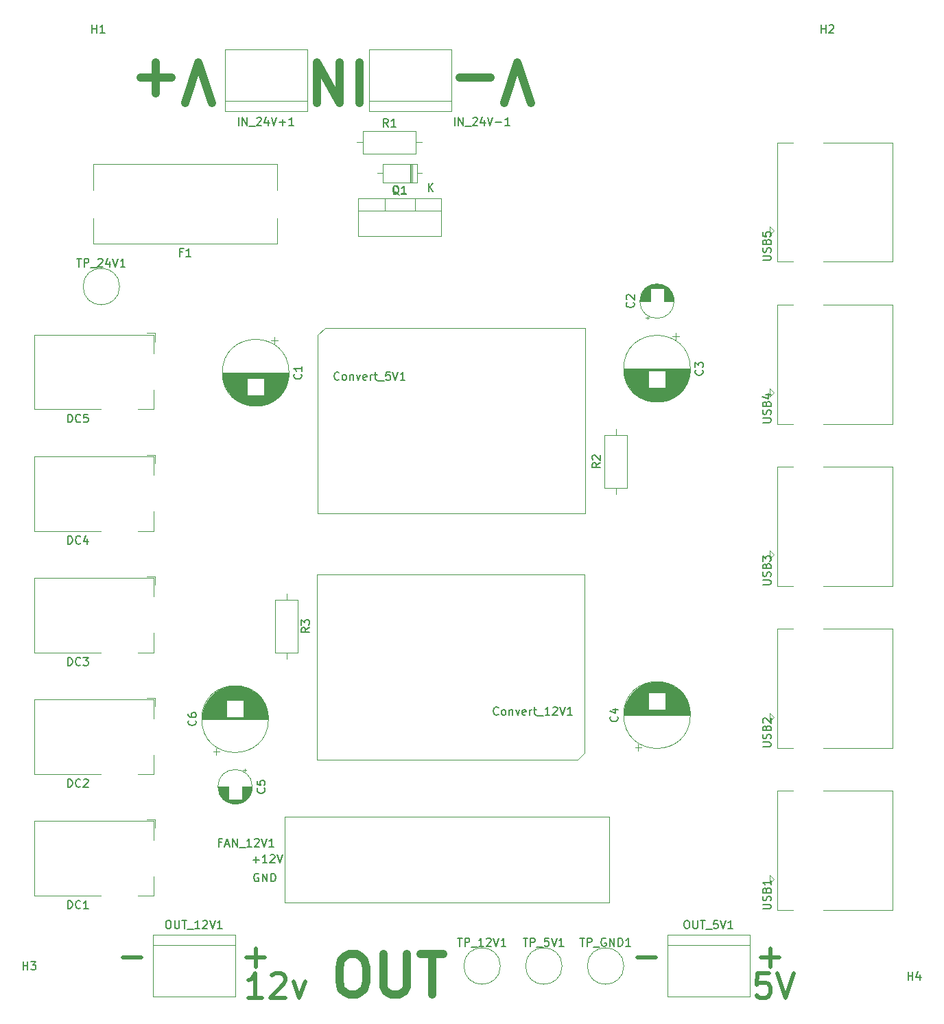
<source format=gto>
%TF.GenerationSoftware,KiCad,Pcbnew,5.1.12-84ad8e8a86~92~ubuntu20.04.1*%
%TF.CreationDate,2021-11-20T18:36:58+00:00*%
%TF.ProjectId,single,73696e67-6c65-42e6-9b69-6361645f7063,rev?*%
%TF.SameCoordinates,Original*%
%TF.FileFunction,Legend,Top*%
%TF.FilePolarity,Positive*%
%FSLAX46Y46*%
G04 Gerber Fmt 4.6, Leading zero omitted, Abs format (unit mm)*
G04 Created by KiCad (PCBNEW 5.1.12-84ad8e8a86~92~ubuntu20.04.1) date 2021-11-20 18:36:58*
%MOMM*%
%LPD*%
G01*
G04 APERTURE LIST*
%ADD10C,1.000000*%
%ADD11C,0.500000*%
%ADD12C,0.120000*%
%ADD13C,0.150000*%
%ADD14C,1.524000*%
%ADD15R,1.524000X1.524000*%
%ADD16C,3.500000*%
%ADD17O,1.600000X1.600000*%
%ADD18C,1.600000*%
%ADD19O,3.500000X2.000000*%
%ADD20C,1.400000*%
%ADD21R,1.400000X1.400000*%
%ADD22C,3.200000*%
%ADD23C,1.900000*%
%ADD24C,1.800000*%
%ADD25C,2.500000*%
%ADD26C,3.000000*%
%ADD27R,3.000000X3.000000*%
%ADD28R,1.600000X1.600000*%
%ADD29R,3.500000X4.500000*%
%ADD30C,1.200000*%
%ADD31R,1.200000X1.200000*%
%ADD32C,4.000000*%
%ADD33O,1.905000X2.000000*%
%ADD34R,1.905000X2.000000*%
G04 APERTURE END LIST*
D10*
X57229047Y-23138095D02*
X57229047Y-28138095D01*
X54848095Y-23138095D02*
X54848095Y-28138095D01*
X51990952Y-23138095D01*
X51990952Y-28138095D01*
X55960000Y-133151904D02*
X56912380Y-133151904D01*
X57388571Y-133390000D01*
X57864761Y-133866190D01*
X58102857Y-134818571D01*
X58102857Y-136485238D01*
X57864761Y-137437619D01*
X57388571Y-137913809D01*
X56912380Y-138151904D01*
X55960000Y-138151904D01*
X55483809Y-137913809D01*
X55007619Y-137437619D01*
X54769523Y-136485238D01*
X54769523Y-134818571D01*
X55007619Y-133866190D01*
X55483809Y-133390000D01*
X55960000Y-133151904D01*
X60245714Y-133151904D02*
X60245714Y-137199523D01*
X60483809Y-137675714D01*
X60721904Y-137913809D01*
X61198095Y-138151904D01*
X62150476Y-138151904D01*
X62626666Y-137913809D01*
X62864761Y-137675714D01*
X63102857Y-137199523D01*
X63102857Y-133151904D01*
X64769523Y-133151904D02*
X67626666Y-133151904D01*
X66198095Y-138151904D02*
X66198095Y-133151904D01*
X78421904Y-28138095D02*
X76755238Y-23138095D01*
X75088571Y-28138095D01*
X73421904Y-25042857D02*
X69612380Y-25042857D01*
X39051904Y-28138095D02*
X37385238Y-23138095D01*
X35718571Y-28138095D01*
X34051904Y-25042857D02*
X30242380Y-25042857D01*
X32147142Y-23138095D02*
X32147142Y-26947619D01*
D11*
X91567142Y-133564285D02*
X93852857Y-133564285D01*
X106807142Y-133564285D02*
X109092857Y-133564285D01*
X107950000Y-134707142D02*
X107950000Y-132421428D01*
X107828571Y-135517142D02*
X106400000Y-135517142D01*
X106257142Y-136945714D01*
X106400000Y-136802857D01*
X106685714Y-136660000D01*
X107400000Y-136660000D01*
X107685714Y-136802857D01*
X107828571Y-136945714D01*
X107971428Y-137231428D01*
X107971428Y-137945714D01*
X107828571Y-138231428D01*
X107685714Y-138374285D01*
X107400000Y-138517142D01*
X106685714Y-138517142D01*
X106400000Y-138374285D01*
X106257142Y-138231428D01*
X108828571Y-135517142D02*
X109828571Y-138517142D01*
X110828571Y-135517142D01*
X28067142Y-133564285D02*
X30352857Y-133564285D01*
X43307142Y-133564285D02*
X45592857Y-133564285D01*
X44450000Y-134707142D02*
X44450000Y-132421428D01*
X45275714Y-138517142D02*
X43561428Y-138517142D01*
X44418571Y-138517142D02*
X44418571Y-135517142D01*
X44132857Y-135945714D01*
X43847142Y-136231428D01*
X43561428Y-136374285D01*
X46418571Y-135802857D02*
X46561428Y-135660000D01*
X46847142Y-135517142D01*
X47561428Y-135517142D01*
X47847142Y-135660000D01*
X47990000Y-135802857D01*
X48132857Y-136088571D01*
X48132857Y-136374285D01*
X47990000Y-136802857D01*
X46275714Y-138517142D01*
X48132857Y-138517142D01*
X49132857Y-136517142D02*
X49847142Y-138517142D01*
X50561428Y-136517142D01*
D12*
%TO.C,USB4*%
X114480000Y-67750000D02*
X123020000Y-67750000D01*
X123020000Y-67750000D02*
X123020000Y-53030000D01*
X114480000Y-53030000D02*
X123020000Y-53030000D01*
X108800000Y-67750000D02*
X108800000Y-53030000D01*
X108800000Y-67750000D02*
X110780000Y-67750000D01*
X110780000Y-53030000D02*
X108800000Y-53030000D01*
X107920000Y-64390000D02*
X108420000Y-63890000D01*
X108420000Y-63890000D02*
X107920000Y-63390000D01*
X107920000Y-63390000D02*
X107920000Y-64390000D01*
%TO.C,R2*%
X87530000Y-75660000D02*
X90270000Y-75660000D01*
X90270000Y-75660000D02*
X90270000Y-69120000D01*
X90270000Y-69120000D02*
X87530000Y-69120000D01*
X87530000Y-69120000D02*
X87530000Y-75660000D01*
X88900000Y-76430000D02*
X88900000Y-75660000D01*
X88900000Y-68350000D02*
X88900000Y-69120000D01*
%TO.C,FAN_12V1*%
X88070000Y-116240000D02*
X88070000Y-126740000D01*
X48070000Y-116240000D02*
X48070000Y-126790000D01*
X48070000Y-116240000D02*
X88070000Y-116240000D01*
X48070000Y-126790000D02*
X88070000Y-126790000D01*
%TO.C,F1*%
X47100000Y-35730000D02*
X47100000Y-38890000D01*
X47100000Y-35730000D02*
X24380000Y-35730000D01*
X47100000Y-45550000D02*
X24380000Y-45550000D01*
X47100000Y-42390000D02*
X47100000Y-45550000D01*
X24380000Y-42390000D02*
X24380000Y-45550000D01*
X24380000Y-35730000D02*
X24380000Y-38890000D01*
%TO.C,Convert_5V1*%
X53010000Y-55890000D02*
X85110000Y-55890000D01*
X85110000Y-55890000D02*
X85110000Y-78790000D01*
X85110000Y-78790000D02*
X52110000Y-78790000D01*
X52110000Y-78790000D02*
X52110000Y-56790000D01*
X52110000Y-56790000D02*
X53010000Y-55890000D01*
%TO.C,USB5*%
X114480000Y-47750000D02*
X123020000Y-47750000D01*
X123020000Y-47750000D02*
X123020000Y-33030000D01*
X114480000Y-33030000D02*
X123020000Y-33030000D01*
X108800000Y-47750000D02*
X108800000Y-33030000D01*
X108800000Y-47750000D02*
X110780000Y-47750000D01*
X110780000Y-33030000D02*
X108800000Y-33030000D01*
X107920000Y-44390000D02*
X108420000Y-43890000D01*
X108420000Y-43890000D02*
X107920000Y-43390000D01*
X107920000Y-43390000D02*
X107920000Y-44390000D01*
%TO.C,USB1*%
X114480000Y-127750000D02*
X123020000Y-127750000D01*
X123020000Y-127750000D02*
X123020000Y-113030000D01*
X114480000Y-113030000D02*
X123020000Y-113030000D01*
X108800000Y-127750000D02*
X108800000Y-113030000D01*
X108800000Y-127750000D02*
X110780000Y-127750000D01*
X110780000Y-113030000D02*
X108800000Y-113030000D01*
X107920000Y-124390000D02*
X108420000Y-123890000D01*
X108420000Y-123890000D02*
X107920000Y-123390000D01*
X107920000Y-123390000D02*
X107920000Y-124390000D01*
%TO.C,OUT_5V1*%
X95250000Y-132080000D02*
X105410000Y-132080000D01*
X95250000Y-130810000D02*
X95250000Y-138430000D01*
X95250000Y-138430000D02*
X105410000Y-138430000D01*
X105410000Y-138430000D02*
X105410000Y-130810000D01*
X105410000Y-130810000D02*
X95250000Y-130810000D01*
%TO.C,C3*%
X98100000Y-60940000D02*
G75*
G03*
X98100000Y-60940000I-4120000J0D01*
G01*
X98060000Y-60940000D02*
X89900000Y-60940000D01*
X98060000Y-60980000D02*
X89900000Y-60980000D01*
X98060000Y-61020000D02*
X89900000Y-61020000D01*
X98059000Y-61060000D02*
X89901000Y-61060000D01*
X98057000Y-61100000D02*
X89903000Y-61100000D01*
X98056000Y-61140000D02*
X89904000Y-61140000D01*
X98054000Y-61180000D02*
X95020000Y-61180000D01*
X92940000Y-61180000D02*
X89906000Y-61180000D01*
X98051000Y-61220000D02*
X95020000Y-61220000D01*
X92940000Y-61220000D02*
X89909000Y-61220000D01*
X98048000Y-61260000D02*
X95020000Y-61260000D01*
X92940000Y-61260000D02*
X89912000Y-61260000D01*
X98045000Y-61300000D02*
X95020000Y-61300000D01*
X92940000Y-61300000D02*
X89915000Y-61300000D01*
X98041000Y-61340000D02*
X95020000Y-61340000D01*
X92940000Y-61340000D02*
X89919000Y-61340000D01*
X98037000Y-61380000D02*
X95020000Y-61380000D01*
X92940000Y-61380000D02*
X89923000Y-61380000D01*
X98032000Y-61420000D02*
X95020000Y-61420000D01*
X92940000Y-61420000D02*
X89928000Y-61420000D01*
X98028000Y-61460000D02*
X95020000Y-61460000D01*
X92940000Y-61460000D02*
X89932000Y-61460000D01*
X98022000Y-61500000D02*
X95020000Y-61500000D01*
X92940000Y-61500000D02*
X89938000Y-61500000D01*
X98017000Y-61540000D02*
X95020000Y-61540000D01*
X92940000Y-61540000D02*
X89943000Y-61540000D01*
X98010000Y-61580000D02*
X95020000Y-61580000D01*
X92940000Y-61580000D02*
X89950000Y-61580000D01*
X98004000Y-61620000D02*
X95020000Y-61620000D01*
X92940000Y-61620000D02*
X89956000Y-61620000D01*
X97997000Y-61661000D02*
X95020000Y-61661000D01*
X92940000Y-61661000D02*
X89963000Y-61661000D01*
X97990000Y-61701000D02*
X95020000Y-61701000D01*
X92940000Y-61701000D02*
X89970000Y-61701000D01*
X97982000Y-61741000D02*
X95020000Y-61741000D01*
X92940000Y-61741000D02*
X89978000Y-61741000D01*
X97974000Y-61781000D02*
X95020000Y-61781000D01*
X92940000Y-61781000D02*
X89986000Y-61781000D01*
X97965000Y-61821000D02*
X95020000Y-61821000D01*
X92940000Y-61821000D02*
X89995000Y-61821000D01*
X97956000Y-61861000D02*
X95020000Y-61861000D01*
X92940000Y-61861000D02*
X90004000Y-61861000D01*
X97947000Y-61901000D02*
X95020000Y-61901000D01*
X92940000Y-61901000D02*
X90013000Y-61901000D01*
X97937000Y-61941000D02*
X95020000Y-61941000D01*
X92940000Y-61941000D02*
X90023000Y-61941000D01*
X97927000Y-61981000D02*
X95020000Y-61981000D01*
X92940000Y-61981000D02*
X90033000Y-61981000D01*
X97916000Y-62021000D02*
X95020000Y-62021000D01*
X92940000Y-62021000D02*
X90044000Y-62021000D01*
X97905000Y-62061000D02*
X95020000Y-62061000D01*
X92940000Y-62061000D02*
X90055000Y-62061000D01*
X97894000Y-62101000D02*
X95020000Y-62101000D01*
X92940000Y-62101000D02*
X90066000Y-62101000D01*
X97882000Y-62141000D02*
X95020000Y-62141000D01*
X92940000Y-62141000D02*
X90078000Y-62141000D01*
X97869000Y-62181000D02*
X95020000Y-62181000D01*
X92940000Y-62181000D02*
X90091000Y-62181000D01*
X97857000Y-62221000D02*
X95020000Y-62221000D01*
X92940000Y-62221000D02*
X90103000Y-62221000D01*
X97843000Y-62261000D02*
X95020000Y-62261000D01*
X92940000Y-62261000D02*
X90117000Y-62261000D01*
X97830000Y-62301000D02*
X95020000Y-62301000D01*
X92940000Y-62301000D02*
X90130000Y-62301000D01*
X97815000Y-62341000D02*
X95020000Y-62341000D01*
X92940000Y-62341000D02*
X90145000Y-62341000D01*
X97801000Y-62381000D02*
X95020000Y-62381000D01*
X92940000Y-62381000D02*
X90159000Y-62381000D01*
X97785000Y-62421000D02*
X95020000Y-62421000D01*
X92940000Y-62421000D02*
X90175000Y-62421000D01*
X97770000Y-62461000D02*
X95020000Y-62461000D01*
X92940000Y-62461000D02*
X90190000Y-62461000D01*
X97754000Y-62501000D02*
X95020000Y-62501000D01*
X92940000Y-62501000D02*
X90206000Y-62501000D01*
X97737000Y-62541000D02*
X95020000Y-62541000D01*
X92940000Y-62541000D02*
X90223000Y-62541000D01*
X97720000Y-62581000D02*
X95020000Y-62581000D01*
X92940000Y-62581000D02*
X90240000Y-62581000D01*
X97702000Y-62621000D02*
X95020000Y-62621000D01*
X92940000Y-62621000D02*
X90258000Y-62621000D01*
X97684000Y-62661000D02*
X95020000Y-62661000D01*
X92940000Y-62661000D02*
X90276000Y-62661000D01*
X97666000Y-62701000D02*
X95020000Y-62701000D01*
X92940000Y-62701000D02*
X90294000Y-62701000D01*
X97646000Y-62741000D02*
X95020000Y-62741000D01*
X92940000Y-62741000D02*
X90314000Y-62741000D01*
X97627000Y-62781000D02*
X95020000Y-62781000D01*
X92940000Y-62781000D02*
X90333000Y-62781000D01*
X97607000Y-62821000D02*
X95020000Y-62821000D01*
X92940000Y-62821000D02*
X90353000Y-62821000D01*
X97586000Y-62861000D02*
X95020000Y-62861000D01*
X92940000Y-62861000D02*
X90374000Y-62861000D01*
X97564000Y-62901000D02*
X95020000Y-62901000D01*
X92940000Y-62901000D02*
X90396000Y-62901000D01*
X97542000Y-62941000D02*
X95020000Y-62941000D01*
X92940000Y-62941000D02*
X90418000Y-62941000D01*
X97520000Y-62981000D02*
X95020000Y-62981000D01*
X92940000Y-62981000D02*
X90440000Y-62981000D01*
X97497000Y-63021000D02*
X95020000Y-63021000D01*
X92940000Y-63021000D02*
X90463000Y-63021000D01*
X97473000Y-63061000D02*
X95020000Y-63061000D01*
X92940000Y-63061000D02*
X90487000Y-63061000D01*
X97449000Y-63101000D02*
X95020000Y-63101000D01*
X92940000Y-63101000D02*
X90511000Y-63101000D01*
X97424000Y-63141000D02*
X95020000Y-63141000D01*
X92940000Y-63141000D02*
X90536000Y-63141000D01*
X97398000Y-63181000D02*
X95020000Y-63181000D01*
X92940000Y-63181000D02*
X90562000Y-63181000D01*
X97372000Y-63221000D02*
X95020000Y-63221000D01*
X92940000Y-63221000D02*
X90588000Y-63221000D01*
X97345000Y-63261000D02*
X90615000Y-63261000D01*
X97318000Y-63301000D02*
X90642000Y-63301000D01*
X97289000Y-63341000D02*
X90671000Y-63341000D01*
X97260000Y-63381000D02*
X90700000Y-63381000D01*
X97230000Y-63421000D02*
X90730000Y-63421000D01*
X97200000Y-63461000D02*
X90760000Y-63461000D01*
X97169000Y-63501000D02*
X90791000Y-63501000D01*
X97136000Y-63541000D02*
X90824000Y-63541000D01*
X97104000Y-63581000D02*
X90856000Y-63581000D01*
X97070000Y-63621000D02*
X90890000Y-63621000D01*
X97035000Y-63661000D02*
X90925000Y-63661000D01*
X96999000Y-63701000D02*
X90961000Y-63701000D01*
X96963000Y-63741000D02*
X90997000Y-63741000D01*
X96925000Y-63781000D02*
X91035000Y-63781000D01*
X96887000Y-63821000D02*
X91073000Y-63821000D01*
X96847000Y-63861000D02*
X91113000Y-63861000D01*
X96806000Y-63901000D02*
X91154000Y-63901000D01*
X96764000Y-63941000D02*
X91196000Y-63941000D01*
X96721000Y-63981000D02*
X91239000Y-63981000D01*
X96677000Y-64021000D02*
X91283000Y-64021000D01*
X96631000Y-64061000D02*
X91329000Y-64061000D01*
X96584000Y-64101000D02*
X91376000Y-64101000D01*
X96536000Y-64141000D02*
X91424000Y-64141000D01*
X96485000Y-64181000D02*
X91475000Y-64181000D01*
X96434000Y-64221000D02*
X91526000Y-64221000D01*
X96380000Y-64261000D02*
X91580000Y-64261000D01*
X96325000Y-64301000D02*
X91635000Y-64301000D01*
X96267000Y-64341000D02*
X91693000Y-64341000D01*
X96208000Y-64381000D02*
X91752000Y-64381000D01*
X96146000Y-64421000D02*
X91814000Y-64421000D01*
X96082000Y-64461000D02*
X91878000Y-64461000D01*
X96014000Y-64501000D02*
X91946000Y-64501000D01*
X95944000Y-64541000D02*
X92016000Y-64541000D01*
X95870000Y-64581000D02*
X92090000Y-64581000D01*
X95793000Y-64621000D02*
X92167000Y-64621000D01*
X95711000Y-64661000D02*
X92249000Y-64661000D01*
X95625000Y-64701000D02*
X92335000Y-64701000D01*
X95532000Y-64741000D02*
X92428000Y-64741000D01*
X95433000Y-64781000D02*
X92527000Y-64781000D01*
X95326000Y-64821000D02*
X92634000Y-64821000D01*
X95209000Y-64861000D02*
X92751000Y-64861000D01*
X95078000Y-64901000D02*
X92882000Y-64901000D01*
X94928000Y-64941000D02*
X93032000Y-64941000D01*
X94748000Y-64981000D02*
X93212000Y-64981000D01*
X94513000Y-65021000D02*
X93447000Y-65021000D01*
X96295000Y-56530302D02*
X96295000Y-57330302D01*
X96695000Y-56930302D02*
X95895000Y-56930302D01*
%TO.C,OUT_12V1*%
X31750000Y-132080000D02*
X41910000Y-132080000D01*
X31750000Y-130810000D02*
X31750000Y-138430000D01*
X31750000Y-138430000D02*
X41910000Y-138430000D01*
X41910000Y-138430000D02*
X41910000Y-130810000D01*
X41910000Y-130810000D02*
X31750000Y-130810000D01*
%TO.C,C6*%
X46030000Y-104160000D02*
G75*
G03*
X46030000Y-104160000I-4120000J0D01*
G01*
X37830000Y-104160000D02*
X45990000Y-104160000D01*
X37830000Y-104120000D02*
X45990000Y-104120000D01*
X37830000Y-104080000D02*
X45990000Y-104080000D01*
X37831000Y-104040000D02*
X45989000Y-104040000D01*
X37833000Y-104000000D02*
X45987000Y-104000000D01*
X37834000Y-103960000D02*
X45986000Y-103960000D01*
X37836000Y-103920000D02*
X40870000Y-103920000D01*
X42950000Y-103920000D02*
X45984000Y-103920000D01*
X37839000Y-103880000D02*
X40870000Y-103880000D01*
X42950000Y-103880000D02*
X45981000Y-103880000D01*
X37842000Y-103840000D02*
X40870000Y-103840000D01*
X42950000Y-103840000D02*
X45978000Y-103840000D01*
X37845000Y-103800000D02*
X40870000Y-103800000D01*
X42950000Y-103800000D02*
X45975000Y-103800000D01*
X37849000Y-103760000D02*
X40870000Y-103760000D01*
X42950000Y-103760000D02*
X45971000Y-103760000D01*
X37853000Y-103720000D02*
X40870000Y-103720000D01*
X42950000Y-103720000D02*
X45967000Y-103720000D01*
X37858000Y-103680000D02*
X40870000Y-103680000D01*
X42950000Y-103680000D02*
X45962000Y-103680000D01*
X37862000Y-103640000D02*
X40870000Y-103640000D01*
X42950000Y-103640000D02*
X45958000Y-103640000D01*
X37868000Y-103600000D02*
X40870000Y-103600000D01*
X42950000Y-103600000D02*
X45952000Y-103600000D01*
X37873000Y-103560000D02*
X40870000Y-103560000D01*
X42950000Y-103560000D02*
X45947000Y-103560000D01*
X37880000Y-103520000D02*
X40870000Y-103520000D01*
X42950000Y-103520000D02*
X45940000Y-103520000D01*
X37886000Y-103480000D02*
X40870000Y-103480000D01*
X42950000Y-103480000D02*
X45934000Y-103480000D01*
X37893000Y-103439000D02*
X40870000Y-103439000D01*
X42950000Y-103439000D02*
X45927000Y-103439000D01*
X37900000Y-103399000D02*
X40870000Y-103399000D01*
X42950000Y-103399000D02*
X45920000Y-103399000D01*
X37908000Y-103359000D02*
X40870000Y-103359000D01*
X42950000Y-103359000D02*
X45912000Y-103359000D01*
X37916000Y-103319000D02*
X40870000Y-103319000D01*
X42950000Y-103319000D02*
X45904000Y-103319000D01*
X37925000Y-103279000D02*
X40870000Y-103279000D01*
X42950000Y-103279000D02*
X45895000Y-103279000D01*
X37934000Y-103239000D02*
X40870000Y-103239000D01*
X42950000Y-103239000D02*
X45886000Y-103239000D01*
X37943000Y-103199000D02*
X40870000Y-103199000D01*
X42950000Y-103199000D02*
X45877000Y-103199000D01*
X37953000Y-103159000D02*
X40870000Y-103159000D01*
X42950000Y-103159000D02*
X45867000Y-103159000D01*
X37963000Y-103119000D02*
X40870000Y-103119000D01*
X42950000Y-103119000D02*
X45857000Y-103119000D01*
X37974000Y-103079000D02*
X40870000Y-103079000D01*
X42950000Y-103079000D02*
X45846000Y-103079000D01*
X37985000Y-103039000D02*
X40870000Y-103039000D01*
X42950000Y-103039000D02*
X45835000Y-103039000D01*
X37996000Y-102999000D02*
X40870000Y-102999000D01*
X42950000Y-102999000D02*
X45824000Y-102999000D01*
X38008000Y-102959000D02*
X40870000Y-102959000D01*
X42950000Y-102959000D02*
X45812000Y-102959000D01*
X38021000Y-102919000D02*
X40870000Y-102919000D01*
X42950000Y-102919000D02*
X45799000Y-102919000D01*
X38033000Y-102879000D02*
X40870000Y-102879000D01*
X42950000Y-102879000D02*
X45787000Y-102879000D01*
X38047000Y-102839000D02*
X40870000Y-102839000D01*
X42950000Y-102839000D02*
X45773000Y-102839000D01*
X38060000Y-102799000D02*
X40870000Y-102799000D01*
X42950000Y-102799000D02*
X45760000Y-102799000D01*
X38075000Y-102759000D02*
X40870000Y-102759000D01*
X42950000Y-102759000D02*
X45745000Y-102759000D01*
X38089000Y-102719000D02*
X40870000Y-102719000D01*
X42950000Y-102719000D02*
X45731000Y-102719000D01*
X38105000Y-102679000D02*
X40870000Y-102679000D01*
X42950000Y-102679000D02*
X45715000Y-102679000D01*
X38120000Y-102639000D02*
X40870000Y-102639000D01*
X42950000Y-102639000D02*
X45700000Y-102639000D01*
X38136000Y-102599000D02*
X40870000Y-102599000D01*
X42950000Y-102599000D02*
X45684000Y-102599000D01*
X38153000Y-102559000D02*
X40870000Y-102559000D01*
X42950000Y-102559000D02*
X45667000Y-102559000D01*
X38170000Y-102519000D02*
X40870000Y-102519000D01*
X42950000Y-102519000D02*
X45650000Y-102519000D01*
X38188000Y-102479000D02*
X40870000Y-102479000D01*
X42950000Y-102479000D02*
X45632000Y-102479000D01*
X38206000Y-102439000D02*
X40870000Y-102439000D01*
X42950000Y-102439000D02*
X45614000Y-102439000D01*
X38224000Y-102399000D02*
X40870000Y-102399000D01*
X42950000Y-102399000D02*
X45596000Y-102399000D01*
X38244000Y-102359000D02*
X40870000Y-102359000D01*
X42950000Y-102359000D02*
X45576000Y-102359000D01*
X38263000Y-102319000D02*
X40870000Y-102319000D01*
X42950000Y-102319000D02*
X45557000Y-102319000D01*
X38283000Y-102279000D02*
X40870000Y-102279000D01*
X42950000Y-102279000D02*
X45537000Y-102279000D01*
X38304000Y-102239000D02*
X40870000Y-102239000D01*
X42950000Y-102239000D02*
X45516000Y-102239000D01*
X38326000Y-102199000D02*
X40870000Y-102199000D01*
X42950000Y-102199000D02*
X45494000Y-102199000D01*
X38348000Y-102159000D02*
X40870000Y-102159000D01*
X42950000Y-102159000D02*
X45472000Y-102159000D01*
X38370000Y-102119000D02*
X40870000Y-102119000D01*
X42950000Y-102119000D02*
X45450000Y-102119000D01*
X38393000Y-102079000D02*
X40870000Y-102079000D01*
X42950000Y-102079000D02*
X45427000Y-102079000D01*
X38417000Y-102039000D02*
X40870000Y-102039000D01*
X42950000Y-102039000D02*
X45403000Y-102039000D01*
X38441000Y-101999000D02*
X40870000Y-101999000D01*
X42950000Y-101999000D02*
X45379000Y-101999000D01*
X38466000Y-101959000D02*
X40870000Y-101959000D01*
X42950000Y-101959000D02*
X45354000Y-101959000D01*
X38492000Y-101919000D02*
X40870000Y-101919000D01*
X42950000Y-101919000D02*
X45328000Y-101919000D01*
X38518000Y-101879000D02*
X40870000Y-101879000D01*
X42950000Y-101879000D02*
X45302000Y-101879000D01*
X38545000Y-101839000D02*
X45275000Y-101839000D01*
X38572000Y-101799000D02*
X45248000Y-101799000D01*
X38601000Y-101759000D02*
X45219000Y-101759000D01*
X38630000Y-101719000D02*
X45190000Y-101719000D01*
X38660000Y-101679000D02*
X45160000Y-101679000D01*
X38690000Y-101639000D02*
X45130000Y-101639000D01*
X38721000Y-101599000D02*
X45099000Y-101599000D01*
X38754000Y-101559000D02*
X45066000Y-101559000D01*
X38786000Y-101519000D02*
X45034000Y-101519000D01*
X38820000Y-101479000D02*
X45000000Y-101479000D01*
X38855000Y-101439000D02*
X44965000Y-101439000D01*
X38891000Y-101399000D02*
X44929000Y-101399000D01*
X38927000Y-101359000D02*
X44893000Y-101359000D01*
X38965000Y-101319000D02*
X44855000Y-101319000D01*
X39003000Y-101279000D02*
X44817000Y-101279000D01*
X39043000Y-101239000D02*
X44777000Y-101239000D01*
X39084000Y-101199000D02*
X44736000Y-101199000D01*
X39126000Y-101159000D02*
X44694000Y-101159000D01*
X39169000Y-101119000D02*
X44651000Y-101119000D01*
X39213000Y-101079000D02*
X44607000Y-101079000D01*
X39259000Y-101039000D02*
X44561000Y-101039000D01*
X39306000Y-100999000D02*
X44514000Y-100999000D01*
X39354000Y-100959000D02*
X44466000Y-100959000D01*
X39405000Y-100919000D02*
X44415000Y-100919000D01*
X39456000Y-100879000D02*
X44364000Y-100879000D01*
X39510000Y-100839000D02*
X44310000Y-100839000D01*
X39565000Y-100799000D02*
X44255000Y-100799000D01*
X39623000Y-100759000D02*
X44197000Y-100759000D01*
X39682000Y-100719000D02*
X44138000Y-100719000D01*
X39744000Y-100679000D02*
X44076000Y-100679000D01*
X39808000Y-100639000D02*
X44012000Y-100639000D01*
X39876000Y-100599000D02*
X43944000Y-100599000D01*
X39946000Y-100559000D02*
X43874000Y-100559000D01*
X40020000Y-100519000D02*
X43800000Y-100519000D01*
X40097000Y-100479000D02*
X43723000Y-100479000D01*
X40179000Y-100439000D02*
X43641000Y-100439000D01*
X40265000Y-100399000D02*
X43555000Y-100399000D01*
X40358000Y-100359000D02*
X43462000Y-100359000D01*
X40457000Y-100319000D02*
X43363000Y-100319000D01*
X40564000Y-100279000D02*
X43256000Y-100279000D01*
X40681000Y-100239000D02*
X43139000Y-100239000D01*
X40812000Y-100199000D02*
X43008000Y-100199000D01*
X40962000Y-100159000D02*
X42858000Y-100159000D01*
X41142000Y-100119000D02*
X42678000Y-100119000D01*
X41377000Y-100079000D02*
X42443000Y-100079000D01*
X39595000Y-108569698D02*
X39595000Y-107769698D01*
X39195000Y-108169698D02*
X39995000Y-108169698D01*
%TO.C,IN_24V+1*%
X50800000Y-27940000D02*
X40640000Y-27940000D01*
X50800000Y-29210000D02*
X50800000Y-21590000D01*
X50800000Y-21590000D02*
X40640000Y-21590000D01*
X40640000Y-21590000D02*
X40640000Y-29210000D01*
X40640000Y-29210000D02*
X50800000Y-29210000D01*
%TO.C,DC2*%
X32050000Y-102600000D02*
X32050000Y-101550000D01*
X31000000Y-101550000D02*
X32050000Y-101550000D01*
X25350000Y-110950000D02*
X17150000Y-110950000D01*
X17150000Y-110950000D02*
X17150000Y-101750000D01*
X31850000Y-108250000D02*
X31850000Y-110950000D01*
X31850000Y-110950000D02*
X29950000Y-110950000D01*
X17150000Y-101750000D02*
X31850000Y-101750000D01*
X31850000Y-101750000D02*
X31850000Y-104350000D01*
%TO.C,DC4*%
X32050000Y-72600000D02*
X32050000Y-71550000D01*
X31000000Y-71550000D02*
X32050000Y-71550000D01*
X25350000Y-80950000D02*
X17150000Y-80950000D01*
X17150000Y-80950000D02*
X17150000Y-71750000D01*
X31850000Y-78250000D02*
X31850000Y-80950000D01*
X31850000Y-80950000D02*
X29950000Y-80950000D01*
X17150000Y-71750000D02*
X31850000Y-71750000D01*
X31850000Y-71750000D02*
X31850000Y-74350000D01*
%TO.C,DC1*%
X32050000Y-117600000D02*
X32050000Y-116550000D01*
X31000000Y-116550000D02*
X32050000Y-116550000D01*
X25350000Y-125950000D02*
X17150000Y-125950000D01*
X17150000Y-125950000D02*
X17150000Y-116750000D01*
X31850000Y-123250000D02*
X31850000Y-125950000D01*
X31850000Y-125950000D02*
X29950000Y-125950000D01*
X17150000Y-116750000D02*
X31850000Y-116750000D01*
X31850000Y-116750000D02*
X31850000Y-119350000D01*
%TO.C,R3*%
X49630000Y-89440000D02*
X46890000Y-89440000D01*
X46890000Y-89440000D02*
X46890000Y-95980000D01*
X46890000Y-95980000D02*
X49630000Y-95980000D01*
X49630000Y-95980000D02*
X49630000Y-89440000D01*
X48260000Y-88670000D02*
X48260000Y-89440000D01*
X48260000Y-96750000D02*
X48260000Y-95980000D01*
%TO.C,Convert_12V1*%
X84150000Y-109210000D02*
X52050000Y-109210000D01*
X52050000Y-109210000D02*
X52050000Y-86310000D01*
X52050000Y-86310000D02*
X85050000Y-86310000D01*
X85050000Y-86310000D02*
X85050000Y-108310000D01*
X85050000Y-108310000D02*
X84150000Y-109210000D01*
%TO.C,C2*%
X96100000Y-52590000D02*
G75*
G03*
X96100000Y-52590000I-2120000J0D01*
G01*
X94820000Y-52590000D02*
X96060000Y-52590000D01*
X91900000Y-52590000D02*
X93140000Y-52590000D01*
X94820000Y-52550000D02*
X96060000Y-52550000D01*
X91900000Y-52550000D02*
X93140000Y-52550000D01*
X94820000Y-52510000D02*
X96059000Y-52510000D01*
X91901000Y-52510000D02*
X93140000Y-52510000D01*
X91903000Y-52470000D02*
X93140000Y-52470000D01*
X94820000Y-52470000D02*
X96057000Y-52470000D01*
X91906000Y-52430000D02*
X93140000Y-52430000D01*
X94820000Y-52430000D02*
X96054000Y-52430000D01*
X91909000Y-52390000D02*
X93140000Y-52390000D01*
X94820000Y-52390000D02*
X96051000Y-52390000D01*
X91913000Y-52350000D02*
X93140000Y-52350000D01*
X94820000Y-52350000D02*
X96047000Y-52350000D01*
X91918000Y-52310000D02*
X93140000Y-52310000D01*
X94820000Y-52310000D02*
X96042000Y-52310000D01*
X91924000Y-52270000D02*
X93140000Y-52270000D01*
X94820000Y-52270000D02*
X96036000Y-52270000D01*
X91930000Y-52230000D02*
X93140000Y-52230000D01*
X94820000Y-52230000D02*
X96030000Y-52230000D01*
X91938000Y-52190000D02*
X93140000Y-52190000D01*
X94820000Y-52190000D02*
X96022000Y-52190000D01*
X91946000Y-52150000D02*
X93140000Y-52150000D01*
X94820000Y-52150000D02*
X96014000Y-52150000D01*
X91955000Y-52110000D02*
X93140000Y-52110000D01*
X94820000Y-52110000D02*
X96005000Y-52110000D01*
X91964000Y-52070000D02*
X93140000Y-52070000D01*
X94820000Y-52070000D02*
X95996000Y-52070000D01*
X91975000Y-52030000D02*
X93140000Y-52030000D01*
X94820000Y-52030000D02*
X95985000Y-52030000D01*
X91986000Y-51990000D02*
X93140000Y-51990000D01*
X94820000Y-51990000D02*
X95974000Y-51990000D01*
X91998000Y-51950000D02*
X93140000Y-51950000D01*
X94820000Y-51950000D02*
X95962000Y-51950000D01*
X92012000Y-51910000D02*
X93140000Y-51910000D01*
X94820000Y-51910000D02*
X95948000Y-51910000D01*
X92026000Y-51869000D02*
X93140000Y-51869000D01*
X94820000Y-51869000D02*
X95934000Y-51869000D01*
X92040000Y-51829000D02*
X93140000Y-51829000D01*
X94820000Y-51829000D02*
X95920000Y-51829000D01*
X92056000Y-51789000D02*
X93140000Y-51789000D01*
X94820000Y-51789000D02*
X95904000Y-51789000D01*
X92073000Y-51749000D02*
X93140000Y-51749000D01*
X94820000Y-51749000D02*
X95887000Y-51749000D01*
X92091000Y-51709000D02*
X93140000Y-51709000D01*
X94820000Y-51709000D02*
X95869000Y-51709000D01*
X92110000Y-51669000D02*
X93140000Y-51669000D01*
X94820000Y-51669000D02*
X95850000Y-51669000D01*
X92129000Y-51629000D02*
X93140000Y-51629000D01*
X94820000Y-51629000D02*
X95831000Y-51629000D01*
X92150000Y-51589000D02*
X93140000Y-51589000D01*
X94820000Y-51589000D02*
X95810000Y-51589000D01*
X92172000Y-51549000D02*
X93140000Y-51549000D01*
X94820000Y-51549000D02*
X95788000Y-51549000D01*
X92195000Y-51509000D02*
X93140000Y-51509000D01*
X94820000Y-51509000D02*
X95765000Y-51509000D01*
X92220000Y-51469000D02*
X93140000Y-51469000D01*
X94820000Y-51469000D02*
X95740000Y-51469000D01*
X92245000Y-51429000D02*
X93140000Y-51429000D01*
X94820000Y-51429000D02*
X95715000Y-51429000D01*
X92272000Y-51389000D02*
X93140000Y-51389000D01*
X94820000Y-51389000D02*
X95688000Y-51389000D01*
X92300000Y-51349000D02*
X93140000Y-51349000D01*
X94820000Y-51349000D02*
X95660000Y-51349000D01*
X92330000Y-51309000D02*
X93140000Y-51309000D01*
X94820000Y-51309000D02*
X95630000Y-51309000D01*
X92361000Y-51269000D02*
X93140000Y-51269000D01*
X94820000Y-51269000D02*
X95599000Y-51269000D01*
X92393000Y-51229000D02*
X93140000Y-51229000D01*
X94820000Y-51229000D02*
X95567000Y-51229000D01*
X92428000Y-51189000D02*
X93140000Y-51189000D01*
X94820000Y-51189000D02*
X95532000Y-51189000D01*
X92464000Y-51149000D02*
X93140000Y-51149000D01*
X94820000Y-51149000D02*
X95496000Y-51149000D01*
X92502000Y-51109000D02*
X93140000Y-51109000D01*
X94820000Y-51109000D02*
X95458000Y-51109000D01*
X92542000Y-51069000D02*
X93140000Y-51069000D01*
X94820000Y-51069000D02*
X95418000Y-51069000D01*
X92584000Y-51029000D02*
X93140000Y-51029000D01*
X94820000Y-51029000D02*
X95376000Y-51029000D01*
X92629000Y-50989000D02*
X95331000Y-50989000D01*
X92676000Y-50949000D02*
X95284000Y-50949000D01*
X92726000Y-50909000D02*
X95234000Y-50909000D01*
X92780000Y-50869000D02*
X95180000Y-50869000D01*
X92838000Y-50829000D02*
X95122000Y-50829000D01*
X92900000Y-50789000D02*
X95060000Y-50789000D01*
X92967000Y-50749000D02*
X94993000Y-50749000D01*
X93040000Y-50709000D02*
X94920000Y-50709000D01*
X93121000Y-50669000D02*
X94839000Y-50669000D01*
X93212000Y-50629000D02*
X94748000Y-50629000D01*
X93316000Y-50589000D02*
X94644000Y-50589000D01*
X93443000Y-50549000D02*
X94517000Y-50549000D01*
X93610000Y-50509000D02*
X94350000Y-50509000D01*
X92785000Y-54859801D02*
X92785000Y-54459801D01*
X92585000Y-54659801D02*
X92985000Y-54659801D01*
%TO.C,USB2*%
X114480000Y-107750000D02*
X123020000Y-107750000D01*
X123020000Y-107750000D02*
X123020000Y-93030000D01*
X114480000Y-93030000D02*
X123020000Y-93030000D01*
X108800000Y-107750000D02*
X108800000Y-93030000D01*
X108800000Y-107750000D02*
X110780000Y-107750000D01*
X110780000Y-93030000D02*
X108800000Y-93030000D01*
X107920000Y-104390000D02*
X108420000Y-103890000D01*
X108420000Y-103890000D02*
X107920000Y-103390000D01*
X107920000Y-103390000D02*
X107920000Y-104390000D01*
%TO.C,USB3*%
X114480000Y-87750000D02*
X123020000Y-87750000D01*
X123020000Y-87750000D02*
X123020000Y-73030000D01*
X114480000Y-73030000D02*
X123020000Y-73030000D01*
X108800000Y-87750000D02*
X108800000Y-73030000D01*
X108800000Y-87750000D02*
X110780000Y-87750000D01*
X110780000Y-73030000D02*
X108800000Y-73030000D01*
X107920000Y-84390000D02*
X108420000Y-83890000D01*
X108420000Y-83890000D02*
X107920000Y-83390000D01*
X107920000Y-83390000D02*
X107920000Y-84390000D01*
%TO.C,C4*%
X98100000Y-103660000D02*
G75*
G03*
X98100000Y-103660000I-4120000J0D01*
G01*
X89900000Y-103660000D02*
X98060000Y-103660000D01*
X89900000Y-103620000D02*
X98060000Y-103620000D01*
X89900000Y-103580000D02*
X98060000Y-103580000D01*
X89901000Y-103540000D02*
X98059000Y-103540000D01*
X89903000Y-103500000D02*
X98057000Y-103500000D01*
X89904000Y-103460000D02*
X98056000Y-103460000D01*
X89906000Y-103420000D02*
X98054000Y-103420000D01*
X89909000Y-103380000D02*
X98051000Y-103380000D01*
X89912000Y-103340000D02*
X98048000Y-103340000D01*
X89915000Y-103300000D02*
X98045000Y-103300000D01*
X89919000Y-103260000D02*
X98041000Y-103260000D01*
X89923000Y-103220000D02*
X98037000Y-103220000D01*
X89928000Y-103180000D02*
X98032000Y-103180000D01*
X89932000Y-103140000D02*
X98028000Y-103140000D01*
X89938000Y-103100000D02*
X98022000Y-103100000D01*
X89943000Y-103060000D02*
X98017000Y-103060000D01*
X89950000Y-103020000D02*
X98010000Y-103020000D01*
X89956000Y-102980000D02*
X98004000Y-102980000D01*
X89963000Y-102939000D02*
X92940000Y-102939000D01*
X95020000Y-102939000D02*
X97997000Y-102939000D01*
X89970000Y-102899000D02*
X92940000Y-102899000D01*
X95020000Y-102899000D02*
X97990000Y-102899000D01*
X89978000Y-102859000D02*
X92940000Y-102859000D01*
X95020000Y-102859000D02*
X97982000Y-102859000D01*
X89986000Y-102819000D02*
X92940000Y-102819000D01*
X95020000Y-102819000D02*
X97974000Y-102819000D01*
X89995000Y-102779000D02*
X92940000Y-102779000D01*
X95020000Y-102779000D02*
X97965000Y-102779000D01*
X90004000Y-102739000D02*
X92940000Y-102739000D01*
X95020000Y-102739000D02*
X97956000Y-102739000D01*
X90013000Y-102699000D02*
X92940000Y-102699000D01*
X95020000Y-102699000D02*
X97947000Y-102699000D01*
X90023000Y-102659000D02*
X92940000Y-102659000D01*
X95020000Y-102659000D02*
X97937000Y-102659000D01*
X90033000Y-102619000D02*
X92940000Y-102619000D01*
X95020000Y-102619000D02*
X97927000Y-102619000D01*
X90044000Y-102579000D02*
X92940000Y-102579000D01*
X95020000Y-102579000D02*
X97916000Y-102579000D01*
X90055000Y-102539000D02*
X92940000Y-102539000D01*
X95020000Y-102539000D02*
X97905000Y-102539000D01*
X90066000Y-102499000D02*
X92940000Y-102499000D01*
X95020000Y-102499000D02*
X97894000Y-102499000D01*
X90078000Y-102459000D02*
X92940000Y-102459000D01*
X95020000Y-102459000D02*
X97882000Y-102459000D01*
X90091000Y-102419000D02*
X92940000Y-102419000D01*
X95020000Y-102419000D02*
X97869000Y-102419000D01*
X90103000Y-102379000D02*
X92940000Y-102379000D01*
X95020000Y-102379000D02*
X97857000Y-102379000D01*
X90117000Y-102339000D02*
X92940000Y-102339000D01*
X95020000Y-102339000D02*
X97843000Y-102339000D01*
X90130000Y-102299000D02*
X92940000Y-102299000D01*
X95020000Y-102299000D02*
X97830000Y-102299000D01*
X90145000Y-102259000D02*
X92940000Y-102259000D01*
X95020000Y-102259000D02*
X97815000Y-102259000D01*
X90159000Y-102219000D02*
X92940000Y-102219000D01*
X95020000Y-102219000D02*
X97801000Y-102219000D01*
X90175000Y-102179000D02*
X92940000Y-102179000D01*
X95020000Y-102179000D02*
X97785000Y-102179000D01*
X90190000Y-102139000D02*
X92940000Y-102139000D01*
X95020000Y-102139000D02*
X97770000Y-102139000D01*
X90206000Y-102099000D02*
X92940000Y-102099000D01*
X95020000Y-102099000D02*
X97754000Y-102099000D01*
X90223000Y-102059000D02*
X92940000Y-102059000D01*
X95020000Y-102059000D02*
X97737000Y-102059000D01*
X90240000Y-102019000D02*
X92940000Y-102019000D01*
X95020000Y-102019000D02*
X97720000Y-102019000D01*
X90258000Y-101979000D02*
X92940000Y-101979000D01*
X95020000Y-101979000D02*
X97702000Y-101979000D01*
X90276000Y-101939000D02*
X92940000Y-101939000D01*
X95020000Y-101939000D02*
X97684000Y-101939000D01*
X90294000Y-101899000D02*
X92940000Y-101899000D01*
X95020000Y-101899000D02*
X97666000Y-101899000D01*
X90314000Y-101859000D02*
X92940000Y-101859000D01*
X95020000Y-101859000D02*
X97646000Y-101859000D01*
X90333000Y-101819000D02*
X92940000Y-101819000D01*
X95020000Y-101819000D02*
X97627000Y-101819000D01*
X90353000Y-101779000D02*
X92940000Y-101779000D01*
X95020000Y-101779000D02*
X97607000Y-101779000D01*
X90374000Y-101739000D02*
X92940000Y-101739000D01*
X95020000Y-101739000D02*
X97586000Y-101739000D01*
X90396000Y-101699000D02*
X92940000Y-101699000D01*
X95020000Y-101699000D02*
X97564000Y-101699000D01*
X90418000Y-101659000D02*
X92940000Y-101659000D01*
X95020000Y-101659000D02*
X97542000Y-101659000D01*
X90440000Y-101619000D02*
X92940000Y-101619000D01*
X95020000Y-101619000D02*
X97520000Y-101619000D01*
X90463000Y-101579000D02*
X92940000Y-101579000D01*
X95020000Y-101579000D02*
X97497000Y-101579000D01*
X90487000Y-101539000D02*
X92940000Y-101539000D01*
X95020000Y-101539000D02*
X97473000Y-101539000D01*
X90511000Y-101499000D02*
X92940000Y-101499000D01*
X95020000Y-101499000D02*
X97449000Y-101499000D01*
X90536000Y-101459000D02*
X92940000Y-101459000D01*
X95020000Y-101459000D02*
X97424000Y-101459000D01*
X90562000Y-101419000D02*
X92940000Y-101419000D01*
X95020000Y-101419000D02*
X97398000Y-101419000D01*
X90588000Y-101379000D02*
X92940000Y-101379000D01*
X95020000Y-101379000D02*
X97372000Y-101379000D01*
X90615000Y-101339000D02*
X92940000Y-101339000D01*
X95020000Y-101339000D02*
X97345000Y-101339000D01*
X90642000Y-101299000D02*
X92940000Y-101299000D01*
X95020000Y-101299000D02*
X97318000Y-101299000D01*
X90671000Y-101259000D02*
X92940000Y-101259000D01*
X95020000Y-101259000D02*
X97289000Y-101259000D01*
X90700000Y-101219000D02*
X92940000Y-101219000D01*
X95020000Y-101219000D02*
X97260000Y-101219000D01*
X90730000Y-101179000D02*
X92940000Y-101179000D01*
X95020000Y-101179000D02*
X97230000Y-101179000D01*
X90760000Y-101139000D02*
X92940000Y-101139000D01*
X95020000Y-101139000D02*
X97200000Y-101139000D01*
X90791000Y-101099000D02*
X92940000Y-101099000D01*
X95020000Y-101099000D02*
X97169000Y-101099000D01*
X90824000Y-101059000D02*
X92940000Y-101059000D01*
X95020000Y-101059000D02*
X97136000Y-101059000D01*
X90856000Y-101019000D02*
X92940000Y-101019000D01*
X95020000Y-101019000D02*
X97104000Y-101019000D01*
X90890000Y-100979000D02*
X92940000Y-100979000D01*
X95020000Y-100979000D02*
X97070000Y-100979000D01*
X90925000Y-100939000D02*
X92940000Y-100939000D01*
X95020000Y-100939000D02*
X97035000Y-100939000D01*
X90961000Y-100899000D02*
X92940000Y-100899000D01*
X95020000Y-100899000D02*
X96999000Y-100899000D01*
X90997000Y-100859000D02*
X96963000Y-100859000D01*
X91035000Y-100819000D02*
X96925000Y-100819000D01*
X91073000Y-100779000D02*
X96887000Y-100779000D01*
X91113000Y-100739000D02*
X96847000Y-100739000D01*
X91154000Y-100699000D02*
X96806000Y-100699000D01*
X91196000Y-100659000D02*
X96764000Y-100659000D01*
X91239000Y-100619000D02*
X96721000Y-100619000D01*
X91283000Y-100579000D02*
X96677000Y-100579000D01*
X91329000Y-100539000D02*
X96631000Y-100539000D01*
X91376000Y-100499000D02*
X96584000Y-100499000D01*
X91424000Y-100459000D02*
X96536000Y-100459000D01*
X91475000Y-100419000D02*
X96485000Y-100419000D01*
X91526000Y-100379000D02*
X96434000Y-100379000D01*
X91580000Y-100339000D02*
X96380000Y-100339000D01*
X91635000Y-100299000D02*
X96325000Y-100299000D01*
X91693000Y-100259000D02*
X96267000Y-100259000D01*
X91752000Y-100219000D02*
X96208000Y-100219000D01*
X91814000Y-100179000D02*
X96146000Y-100179000D01*
X91878000Y-100139000D02*
X96082000Y-100139000D01*
X91946000Y-100099000D02*
X96014000Y-100099000D01*
X92016000Y-100059000D02*
X95944000Y-100059000D01*
X92090000Y-100019000D02*
X95870000Y-100019000D01*
X92167000Y-99979000D02*
X95793000Y-99979000D01*
X92249000Y-99939000D02*
X95711000Y-99939000D01*
X92335000Y-99899000D02*
X95625000Y-99899000D01*
X92428000Y-99859000D02*
X95532000Y-99859000D01*
X92527000Y-99819000D02*
X95433000Y-99819000D01*
X92634000Y-99779000D02*
X95326000Y-99779000D01*
X92751000Y-99739000D02*
X95209000Y-99739000D01*
X92882000Y-99699000D02*
X95078000Y-99699000D01*
X93032000Y-99659000D02*
X94928000Y-99659000D01*
X93212000Y-99619000D02*
X94748000Y-99619000D01*
X93447000Y-99579000D02*
X94513000Y-99579000D01*
X91665000Y-108069698D02*
X91665000Y-107269698D01*
X91265000Y-107669698D02*
X92065000Y-107669698D01*
%TO.C,IN_24V-1*%
X68580000Y-27940000D02*
X58420000Y-27940000D01*
X68580000Y-29210000D02*
X68580000Y-21590000D01*
X68580000Y-21590000D02*
X58420000Y-21590000D01*
X58420000Y-21590000D02*
X58420000Y-29210000D01*
X58420000Y-29210000D02*
X68580000Y-29210000D01*
%TO.C,DC5*%
X32050000Y-57600000D02*
X32050000Y-56550000D01*
X31000000Y-56550000D02*
X32050000Y-56550000D01*
X25350000Y-65950000D02*
X17150000Y-65950000D01*
X17150000Y-65950000D02*
X17150000Y-56750000D01*
X31850000Y-63250000D02*
X31850000Y-65950000D01*
X31850000Y-65950000D02*
X29950000Y-65950000D01*
X17150000Y-56750000D02*
X31850000Y-56750000D01*
X31850000Y-56750000D02*
X31850000Y-59350000D01*
%TO.C,C5*%
X44030000Y-112510000D02*
G75*
G03*
X44030000Y-112510000I-2120000J0D01*
G01*
X41070000Y-112510000D02*
X39830000Y-112510000D01*
X43990000Y-112510000D02*
X42750000Y-112510000D01*
X41070000Y-112550000D02*
X39830000Y-112550000D01*
X43990000Y-112550000D02*
X42750000Y-112550000D01*
X41070000Y-112590000D02*
X39831000Y-112590000D01*
X43989000Y-112590000D02*
X42750000Y-112590000D01*
X43987000Y-112630000D02*
X42750000Y-112630000D01*
X41070000Y-112630000D02*
X39833000Y-112630000D01*
X43984000Y-112670000D02*
X42750000Y-112670000D01*
X41070000Y-112670000D02*
X39836000Y-112670000D01*
X43981000Y-112710000D02*
X42750000Y-112710000D01*
X41070000Y-112710000D02*
X39839000Y-112710000D01*
X43977000Y-112750000D02*
X42750000Y-112750000D01*
X41070000Y-112750000D02*
X39843000Y-112750000D01*
X43972000Y-112790000D02*
X42750000Y-112790000D01*
X41070000Y-112790000D02*
X39848000Y-112790000D01*
X43966000Y-112830000D02*
X42750000Y-112830000D01*
X41070000Y-112830000D02*
X39854000Y-112830000D01*
X43960000Y-112870000D02*
X42750000Y-112870000D01*
X41070000Y-112870000D02*
X39860000Y-112870000D01*
X43952000Y-112910000D02*
X42750000Y-112910000D01*
X41070000Y-112910000D02*
X39868000Y-112910000D01*
X43944000Y-112950000D02*
X42750000Y-112950000D01*
X41070000Y-112950000D02*
X39876000Y-112950000D01*
X43935000Y-112990000D02*
X42750000Y-112990000D01*
X41070000Y-112990000D02*
X39885000Y-112990000D01*
X43926000Y-113030000D02*
X42750000Y-113030000D01*
X41070000Y-113030000D02*
X39894000Y-113030000D01*
X43915000Y-113070000D02*
X42750000Y-113070000D01*
X41070000Y-113070000D02*
X39905000Y-113070000D01*
X43904000Y-113110000D02*
X42750000Y-113110000D01*
X41070000Y-113110000D02*
X39916000Y-113110000D01*
X43892000Y-113150000D02*
X42750000Y-113150000D01*
X41070000Y-113150000D02*
X39928000Y-113150000D01*
X43878000Y-113190000D02*
X42750000Y-113190000D01*
X41070000Y-113190000D02*
X39942000Y-113190000D01*
X43864000Y-113231000D02*
X42750000Y-113231000D01*
X41070000Y-113231000D02*
X39956000Y-113231000D01*
X43850000Y-113271000D02*
X42750000Y-113271000D01*
X41070000Y-113271000D02*
X39970000Y-113271000D01*
X43834000Y-113311000D02*
X42750000Y-113311000D01*
X41070000Y-113311000D02*
X39986000Y-113311000D01*
X43817000Y-113351000D02*
X42750000Y-113351000D01*
X41070000Y-113351000D02*
X40003000Y-113351000D01*
X43799000Y-113391000D02*
X42750000Y-113391000D01*
X41070000Y-113391000D02*
X40021000Y-113391000D01*
X43780000Y-113431000D02*
X42750000Y-113431000D01*
X41070000Y-113431000D02*
X40040000Y-113431000D01*
X43761000Y-113471000D02*
X42750000Y-113471000D01*
X41070000Y-113471000D02*
X40059000Y-113471000D01*
X43740000Y-113511000D02*
X42750000Y-113511000D01*
X41070000Y-113511000D02*
X40080000Y-113511000D01*
X43718000Y-113551000D02*
X42750000Y-113551000D01*
X41070000Y-113551000D02*
X40102000Y-113551000D01*
X43695000Y-113591000D02*
X42750000Y-113591000D01*
X41070000Y-113591000D02*
X40125000Y-113591000D01*
X43670000Y-113631000D02*
X42750000Y-113631000D01*
X41070000Y-113631000D02*
X40150000Y-113631000D01*
X43645000Y-113671000D02*
X42750000Y-113671000D01*
X41070000Y-113671000D02*
X40175000Y-113671000D01*
X43618000Y-113711000D02*
X42750000Y-113711000D01*
X41070000Y-113711000D02*
X40202000Y-113711000D01*
X43590000Y-113751000D02*
X42750000Y-113751000D01*
X41070000Y-113751000D02*
X40230000Y-113751000D01*
X43560000Y-113791000D02*
X42750000Y-113791000D01*
X41070000Y-113791000D02*
X40260000Y-113791000D01*
X43529000Y-113831000D02*
X42750000Y-113831000D01*
X41070000Y-113831000D02*
X40291000Y-113831000D01*
X43497000Y-113871000D02*
X42750000Y-113871000D01*
X41070000Y-113871000D02*
X40323000Y-113871000D01*
X43462000Y-113911000D02*
X42750000Y-113911000D01*
X41070000Y-113911000D02*
X40358000Y-113911000D01*
X43426000Y-113951000D02*
X42750000Y-113951000D01*
X41070000Y-113951000D02*
X40394000Y-113951000D01*
X43388000Y-113991000D02*
X42750000Y-113991000D01*
X41070000Y-113991000D02*
X40432000Y-113991000D01*
X43348000Y-114031000D02*
X42750000Y-114031000D01*
X41070000Y-114031000D02*
X40472000Y-114031000D01*
X43306000Y-114071000D02*
X42750000Y-114071000D01*
X41070000Y-114071000D02*
X40514000Y-114071000D01*
X43261000Y-114111000D02*
X40559000Y-114111000D01*
X43214000Y-114151000D02*
X40606000Y-114151000D01*
X43164000Y-114191000D02*
X40656000Y-114191000D01*
X43110000Y-114231000D02*
X40710000Y-114231000D01*
X43052000Y-114271000D02*
X40768000Y-114271000D01*
X42990000Y-114311000D02*
X40830000Y-114311000D01*
X42923000Y-114351000D02*
X40897000Y-114351000D01*
X42850000Y-114391000D02*
X40970000Y-114391000D01*
X42769000Y-114431000D02*
X41051000Y-114431000D01*
X42678000Y-114471000D02*
X41142000Y-114471000D01*
X42574000Y-114511000D02*
X41246000Y-114511000D01*
X42447000Y-114551000D02*
X41373000Y-114551000D01*
X42280000Y-114591000D02*
X41540000Y-114591000D01*
X43105000Y-110240199D02*
X43105000Y-110640199D01*
X43305000Y-110440199D02*
X42905000Y-110440199D01*
%TO.C,C1*%
X48570000Y-61440000D02*
G75*
G03*
X48570000Y-61440000I-4120000J0D01*
G01*
X48530000Y-61440000D02*
X40370000Y-61440000D01*
X48530000Y-61480000D02*
X40370000Y-61480000D01*
X48530000Y-61520000D02*
X40370000Y-61520000D01*
X48529000Y-61560000D02*
X40371000Y-61560000D01*
X48527000Y-61600000D02*
X40373000Y-61600000D01*
X48526000Y-61640000D02*
X40374000Y-61640000D01*
X48524000Y-61680000D02*
X40376000Y-61680000D01*
X48521000Y-61720000D02*
X40379000Y-61720000D01*
X48518000Y-61760000D02*
X40382000Y-61760000D01*
X48515000Y-61800000D02*
X40385000Y-61800000D01*
X48511000Y-61840000D02*
X40389000Y-61840000D01*
X48507000Y-61880000D02*
X40393000Y-61880000D01*
X48502000Y-61920000D02*
X40398000Y-61920000D01*
X48498000Y-61960000D02*
X40402000Y-61960000D01*
X48492000Y-62000000D02*
X40408000Y-62000000D01*
X48487000Y-62040000D02*
X40413000Y-62040000D01*
X48480000Y-62080000D02*
X40420000Y-62080000D01*
X48474000Y-62120000D02*
X40426000Y-62120000D01*
X48467000Y-62161000D02*
X45490000Y-62161000D01*
X43410000Y-62161000D02*
X40433000Y-62161000D01*
X48460000Y-62201000D02*
X45490000Y-62201000D01*
X43410000Y-62201000D02*
X40440000Y-62201000D01*
X48452000Y-62241000D02*
X45490000Y-62241000D01*
X43410000Y-62241000D02*
X40448000Y-62241000D01*
X48444000Y-62281000D02*
X45490000Y-62281000D01*
X43410000Y-62281000D02*
X40456000Y-62281000D01*
X48435000Y-62321000D02*
X45490000Y-62321000D01*
X43410000Y-62321000D02*
X40465000Y-62321000D01*
X48426000Y-62361000D02*
X45490000Y-62361000D01*
X43410000Y-62361000D02*
X40474000Y-62361000D01*
X48417000Y-62401000D02*
X45490000Y-62401000D01*
X43410000Y-62401000D02*
X40483000Y-62401000D01*
X48407000Y-62441000D02*
X45490000Y-62441000D01*
X43410000Y-62441000D02*
X40493000Y-62441000D01*
X48397000Y-62481000D02*
X45490000Y-62481000D01*
X43410000Y-62481000D02*
X40503000Y-62481000D01*
X48386000Y-62521000D02*
X45490000Y-62521000D01*
X43410000Y-62521000D02*
X40514000Y-62521000D01*
X48375000Y-62561000D02*
X45490000Y-62561000D01*
X43410000Y-62561000D02*
X40525000Y-62561000D01*
X48364000Y-62601000D02*
X45490000Y-62601000D01*
X43410000Y-62601000D02*
X40536000Y-62601000D01*
X48352000Y-62641000D02*
X45490000Y-62641000D01*
X43410000Y-62641000D02*
X40548000Y-62641000D01*
X48339000Y-62681000D02*
X45490000Y-62681000D01*
X43410000Y-62681000D02*
X40561000Y-62681000D01*
X48327000Y-62721000D02*
X45490000Y-62721000D01*
X43410000Y-62721000D02*
X40573000Y-62721000D01*
X48313000Y-62761000D02*
X45490000Y-62761000D01*
X43410000Y-62761000D02*
X40587000Y-62761000D01*
X48300000Y-62801000D02*
X45490000Y-62801000D01*
X43410000Y-62801000D02*
X40600000Y-62801000D01*
X48285000Y-62841000D02*
X45490000Y-62841000D01*
X43410000Y-62841000D02*
X40615000Y-62841000D01*
X48271000Y-62881000D02*
X45490000Y-62881000D01*
X43410000Y-62881000D02*
X40629000Y-62881000D01*
X48255000Y-62921000D02*
X45490000Y-62921000D01*
X43410000Y-62921000D02*
X40645000Y-62921000D01*
X48240000Y-62961000D02*
X45490000Y-62961000D01*
X43410000Y-62961000D02*
X40660000Y-62961000D01*
X48224000Y-63001000D02*
X45490000Y-63001000D01*
X43410000Y-63001000D02*
X40676000Y-63001000D01*
X48207000Y-63041000D02*
X45490000Y-63041000D01*
X43410000Y-63041000D02*
X40693000Y-63041000D01*
X48190000Y-63081000D02*
X45490000Y-63081000D01*
X43410000Y-63081000D02*
X40710000Y-63081000D01*
X48172000Y-63121000D02*
X45490000Y-63121000D01*
X43410000Y-63121000D02*
X40728000Y-63121000D01*
X48154000Y-63161000D02*
X45490000Y-63161000D01*
X43410000Y-63161000D02*
X40746000Y-63161000D01*
X48136000Y-63201000D02*
X45490000Y-63201000D01*
X43410000Y-63201000D02*
X40764000Y-63201000D01*
X48116000Y-63241000D02*
X45490000Y-63241000D01*
X43410000Y-63241000D02*
X40784000Y-63241000D01*
X48097000Y-63281000D02*
X45490000Y-63281000D01*
X43410000Y-63281000D02*
X40803000Y-63281000D01*
X48077000Y-63321000D02*
X45490000Y-63321000D01*
X43410000Y-63321000D02*
X40823000Y-63321000D01*
X48056000Y-63361000D02*
X45490000Y-63361000D01*
X43410000Y-63361000D02*
X40844000Y-63361000D01*
X48034000Y-63401000D02*
X45490000Y-63401000D01*
X43410000Y-63401000D02*
X40866000Y-63401000D01*
X48012000Y-63441000D02*
X45490000Y-63441000D01*
X43410000Y-63441000D02*
X40888000Y-63441000D01*
X47990000Y-63481000D02*
X45490000Y-63481000D01*
X43410000Y-63481000D02*
X40910000Y-63481000D01*
X47967000Y-63521000D02*
X45490000Y-63521000D01*
X43410000Y-63521000D02*
X40933000Y-63521000D01*
X47943000Y-63561000D02*
X45490000Y-63561000D01*
X43410000Y-63561000D02*
X40957000Y-63561000D01*
X47919000Y-63601000D02*
X45490000Y-63601000D01*
X43410000Y-63601000D02*
X40981000Y-63601000D01*
X47894000Y-63641000D02*
X45490000Y-63641000D01*
X43410000Y-63641000D02*
X41006000Y-63641000D01*
X47868000Y-63681000D02*
X45490000Y-63681000D01*
X43410000Y-63681000D02*
X41032000Y-63681000D01*
X47842000Y-63721000D02*
X45490000Y-63721000D01*
X43410000Y-63721000D02*
X41058000Y-63721000D01*
X47815000Y-63761000D02*
X45490000Y-63761000D01*
X43410000Y-63761000D02*
X41085000Y-63761000D01*
X47788000Y-63801000D02*
X45490000Y-63801000D01*
X43410000Y-63801000D02*
X41112000Y-63801000D01*
X47759000Y-63841000D02*
X45490000Y-63841000D01*
X43410000Y-63841000D02*
X41141000Y-63841000D01*
X47730000Y-63881000D02*
X45490000Y-63881000D01*
X43410000Y-63881000D02*
X41170000Y-63881000D01*
X47700000Y-63921000D02*
X45490000Y-63921000D01*
X43410000Y-63921000D02*
X41200000Y-63921000D01*
X47670000Y-63961000D02*
X45490000Y-63961000D01*
X43410000Y-63961000D02*
X41230000Y-63961000D01*
X47639000Y-64001000D02*
X45490000Y-64001000D01*
X43410000Y-64001000D02*
X41261000Y-64001000D01*
X47606000Y-64041000D02*
X45490000Y-64041000D01*
X43410000Y-64041000D02*
X41294000Y-64041000D01*
X47574000Y-64081000D02*
X45490000Y-64081000D01*
X43410000Y-64081000D02*
X41326000Y-64081000D01*
X47540000Y-64121000D02*
X45490000Y-64121000D01*
X43410000Y-64121000D02*
X41360000Y-64121000D01*
X47505000Y-64161000D02*
X45490000Y-64161000D01*
X43410000Y-64161000D02*
X41395000Y-64161000D01*
X47469000Y-64201000D02*
X45490000Y-64201000D01*
X43410000Y-64201000D02*
X41431000Y-64201000D01*
X47433000Y-64241000D02*
X41467000Y-64241000D01*
X47395000Y-64281000D02*
X41505000Y-64281000D01*
X47357000Y-64321000D02*
X41543000Y-64321000D01*
X47317000Y-64361000D02*
X41583000Y-64361000D01*
X47276000Y-64401000D02*
X41624000Y-64401000D01*
X47234000Y-64441000D02*
X41666000Y-64441000D01*
X47191000Y-64481000D02*
X41709000Y-64481000D01*
X47147000Y-64521000D02*
X41753000Y-64521000D01*
X47101000Y-64561000D02*
X41799000Y-64561000D01*
X47054000Y-64601000D02*
X41846000Y-64601000D01*
X47006000Y-64641000D02*
X41894000Y-64641000D01*
X46955000Y-64681000D02*
X41945000Y-64681000D01*
X46904000Y-64721000D02*
X41996000Y-64721000D01*
X46850000Y-64761000D02*
X42050000Y-64761000D01*
X46795000Y-64801000D02*
X42105000Y-64801000D01*
X46737000Y-64841000D02*
X42163000Y-64841000D01*
X46678000Y-64881000D02*
X42222000Y-64881000D01*
X46616000Y-64921000D02*
X42284000Y-64921000D01*
X46552000Y-64961000D02*
X42348000Y-64961000D01*
X46484000Y-65001000D02*
X42416000Y-65001000D01*
X46414000Y-65041000D02*
X42486000Y-65041000D01*
X46340000Y-65081000D02*
X42560000Y-65081000D01*
X46263000Y-65121000D02*
X42637000Y-65121000D01*
X46181000Y-65161000D02*
X42719000Y-65161000D01*
X46095000Y-65201000D02*
X42805000Y-65201000D01*
X46002000Y-65241000D02*
X42898000Y-65241000D01*
X45903000Y-65281000D02*
X42997000Y-65281000D01*
X45796000Y-65321000D02*
X43104000Y-65321000D01*
X45679000Y-65361000D02*
X43221000Y-65361000D01*
X45548000Y-65401000D02*
X43352000Y-65401000D01*
X45398000Y-65441000D02*
X43502000Y-65441000D01*
X45218000Y-65481000D02*
X43682000Y-65481000D01*
X44983000Y-65521000D02*
X43917000Y-65521000D01*
X46765000Y-57030302D02*
X46765000Y-57830302D01*
X47165000Y-57430302D02*
X46365000Y-57430302D01*
%TO.C,DC3*%
X32050000Y-87600000D02*
X32050000Y-86550000D01*
X31000000Y-86550000D02*
X32050000Y-86550000D01*
X25350000Y-95950000D02*
X17150000Y-95950000D01*
X17150000Y-95950000D02*
X17150000Y-86750000D01*
X31850000Y-93250000D02*
X31850000Y-95950000D01*
X31850000Y-95950000D02*
X29950000Y-95950000D01*
X17150000Y-86750000D02*
X31850000Y-86750000D01*
X31850000Y-86750000D02*
X31850000Y-89350000D01*
%TO.C,TP_GND1*%
X89880000Y-134620000D02*
G75*
G03*
X89880000Y-134620000I-2250000J0D01*
G01*
%TO.C,TP_5V1*%
X82260000Y-134620000D02*
G75*
G03*
X82260000Y-134620000I-2250000J0D01*
G01*
%TO.C,TP_24V1*%
X27650000Y-50800000D02*
G75*
G03*
X27650000Y-50800000I-2250000J0D01*
G01*
%TO.C,TP_12V1*%
X74640000Y-134620000D02*
G75*
G03*
X74640000Y-134620000I-2250000J0D01*
G01*
%TO.C,R1*%
X57690000Y-31650000D02*
X57690000Y-34390000D01*
X57690000Y-34390000D02*
X64230000Y-34390000D01*
X64230000Y-34390000D02*
X64230000Y-31650000D01*
X64230000Y-31650000D02*
X57690000Y-31650000D01*
X56920000Y-33020000D02*
X57690000Y-33020000D01*
X65000000Y-33020000D02*
X64230000Y-33020000D01*
%TO.C,Q1*%
X57110000Y-39910000D02*
X67350000Y-39910000D01*
X57110000Y-44551000D02*
X67350000Y-44551000D01*
X57110000Y-39910000D02*
X57110000Y-44551000D01*
X67350000Y-39910000D02*
X67350000Y-44551000D01*
X57110000Y-41420000D02*
X67350000Y-41420000D01*
X60380000Y-39910000D02*
X60380000Y-41420000D01*
X64081000Y-39910000D02*
X64081000Y-41420000D01*
%TO.C,D1*%
X64350000Y-37950000D02*
X64350000Y-35710000D01*
X64350000Y-35710000D02*
X60110000Y-35710000D01*
X60110000Y-35710000D02*
X60110000Y-37950000D01*
X60110000Y-37950000D02*
X64350000Y-37950000D01*
X65000000Y-36830000D02*
X64350000Y-36830000D01*
X59460000Y-36830000D02*
X60110000Y-36830000D01*
X63630000Y-37950000D02*
X63630000Y-35710000D01*
X63510000Y-37950000D02*
X63510000Y-35710000D01*
X63750000Y-37950000D02*
X63750000Y-35710000D01*
%TO.C,USB4*%
D13*
X107022380Y-67578095D02*
X107831904Y-67578095D01*
X107927142Y-67530476D01*
X107974761Y-67482857D01*
X108022380Y-67387619D01*
X108022380Y-67197142D01*
X107974761Y-67101904D01*
X107927142Y-67054285D01*
X107831904Y-67006666D01*
X107022380Y-67006666D01*
X107974761Y-66578095D02*
X108022380Y-66435238D01*
X108022380Y-66197142D01*
X107974761Y-66101904D01*
X107927142Y-66054285D01*
X107831904Y-66006666D01*
X107736666Y-66006666D01*
X107641428Y-66054285D01*
X107593809Y-66101904D01*
X107546190Y-66197142D01*
X107498571Y-66387619D01*
X107450952Y-66482857D01*
X107403333Y-66530476D01*
X107308095Y-66578095D01*
X107212857Y-66578095D01*
X107117619Y-66530476D01*
X107070000Y-66482857D01*
X107022380Y-66387619D01*
X107022380Y-66149523D01*
X107070000Y-66006666D01*
X107498571Y-65244761D02*
X107546190Y-65101904D01*
X107593809Y-65054285D01*
X107689047Y-65006666D01*
X107831904Y-65006666D01*
X107927142Y-65054285D01*
X107974761Y-65101904D01*
X108022380Y-65197142D01*
X108022380Y-65578095D01*
X107022380Y-65578095D01*
X107022380Y-65244761D01*
X107070000Y-65149523D01*
X107117619Y-65101904D01*
X107212857Y-65054285D01*
X107308095Y-65054285D01*
X107403333Y-65101904D01*
X107450952Y-65149523D01*
X107498571Y-65244761D01*
X107498571Y-65578095D01*
X107355714Y-64149523D02*
X108022380Y-64149523D01*
X106974761Y-64387619D02*
X107689047Y-64625714D01*
X107689047Y-64006666D01*
%TO.C,R2*%
X86982380Y-72556666D02*
X86506190Y-72890000D01*
X86982380Y-73128095D02*
X85982380Y-73128095D01*
X85982380Y-72747142D01*
X86030000Y-72651904D01*
X86077619Y-72604285D01*
X86172857Y-72556666D01*
X86315714Y-72556666D01*
X86410952Y-72604285D01*
X86458571Y-72651904D01*
X86506190Y-72747142D01*
X86506190Y-73128095D01*
X86077619Y-72175714D02*
X86030000Y-72128095D01*
X85982380Y-72032857D01*
X85982380Y-71794761D01*
X86030000Y-71699523D01*
X86077619Y-71651904D01*
X86172857Y-71604285D01*
X86268095Y-71604285D01*
X86410952Y-71651904D01*
X86982380Y-72223333D01*
X86982380Y-71604285D01*
%TO.C,FAN_12V1*%
X40222380Y-119368571D02*
X39889047Y-119368571D01*
X39889047Y-119892380D02*
X39889047Y-118892380D01*
X40365238Y-118892380D01*
X40698571Y-119606666D02*
X41174761Y-119606666D01*
X40603333Y-119892380D02*
X40936666Y-118892380D01*
X41270000Y-119892380D01*
X41603333Y-119892380D02*
X41603333Y-118892380D01*
X42174761Y-119892380D01*
X42174761Y-118892380D01*
X42412857Y-119987619D02*
X43174761Y-119987619D01*
X43936666Y-119892380D02*
X43365238Y-119892380D01*
X43650952Y-119892380D02*
X43650952Y-118892380D01*
X43555714Y-119035238D01*
X43460476Y-119130476D01*
X43365238Y-119178095D01*
X44317619Y-118987619D02*
X44365238Y-118940000D01*
X44460476Y-118892380D01*
X44698571Y-118892380D01*
X44793809Y-118940000D01*
X44841428Y-118987619D01*
X44889047Y-119082857D01*
X44889047Y-119178095D01*
X44841428Y-119320952D01*
X44270000Y-119892380D01*
X44889047Y-119892380D01*
X45174761Y-118892380D02*
X45508095Y-119892380D01*
X45841428Y-118892380D01*
X46698571Y-119892380D02*
X46127142Y-119892380D01*
X46412857Y-119892380D02*
X46412857Y-118892380D01*
X46317619Y-119035238D01*
X46222380Y-119130476D01*
X46127142Y-119178095D01*
X44808095Y-123240000D02*
X44712857Y-123192380D01*
X44570000Y-123192380D01*
X44427142Y-123240000D01*
X44331904Y-123335238D01*
X44284285Y-123430476D01*
X44236666Y-123620952D01*
X44236666Y-123763809D01*
X44284285Y-123954285D01*
X44331904Y-124049523D01*
X44427142Y-124144761D01*
X44570000Y-124192380D01*
X44665238Y-124192380D01*
X44808095Y-124144761D01*
X44855714Y-124097142D01*
X44855714Y-123763809D01*
X44665238Y-123763809D01*
X45284285Y-124192380D02*
X45284285Y-123192380D01*
X45855714Y-124192380D01*
X45855714Y-123192380D01*
X46331904Y-124192380D02*
X46331904Y-123192380D01*
X46570000Y-123192380D01*
X46712857Y-123240000D01*
X46808095Y-123335238D01*
X46855714Y-123430476D01*
X46903333Y-123620952D01*
X46903333Y-123763809D01*
X46855714Y-123954285D01*
X46808095Y-124049523D01*
X46712857Y-124144761D01*
X46570000Y-124192380D01*
X46331904Y-124192380D01*
X44108095Y-121511428D02*
X44870000Y-121511428D01*
X44489047Y-121892380D02*
X44489047Y-121130476D01*
X45870000Y-121892380D02*
X45298571Y-121892380D01*
X45584285Y-121892380D02*
X45584285Y-120892380D01*
X45489047Y-121035238D01*
X45393809Y-121130476D01*
X45298571Y-121178095D01*
X46250952Y-120987619D02*
X46298571Y-120940000D01*
X46393809Y-120892380D01*
X46631904Y-120892380D01*
X46727142Y-120940000D01*
X46774761Y-120987619D01*
X46822380Y-121082857D01*
X46822380Y-121178095D01*
X46774761Y-121320952D01*
X46203333Y-121892380D01*
X46822380Y-121892380D01*
X47108095Y-120892380D02*
X47441428Y-121892380D01*
X47774761Y-120892380D01*
%TO.C,F1*%
X35406666Y-46568571D02*
X35073333Y-46568571D01*
X35073333Y-47092380D02*
X35073333Y-46092380D01*
X35549523Y-46092380D01*
X36454285Y-47092380D02*
X35882857Y-47092380D01*
X36168571Y-47092380D02*
X36168571Y-46092380D01*
X36073333Y-46235238D01*
X35978095Y-46330476D01*
X35882857Y-46378095D01*
%TO.C,Convert_5V1*%
X54748095Y-62247142D02*
X54700476Y-62294761D01*
X54557619Y-62342380D01*
X54462380Y-62342380D01*
X54319523Y-62294761D01*
X54224285Y-62199523D01*
X54176666Y-62104285D01*
X54129047Y-61913809D01*
X54129047Y-61770952D01*
X54176666Y-61580476D01*
X54224285Y-61485238D01*
X54319523Y-61390000D01*
X54462380Y-61342380D01*
X54557619Y-61342380D01*
X54700476Y-61390000D01*
X54748095Y-61437619D01*
X55319523Y-62342380D02*
X55224285Y-62294761D01*
X55176666Y-62247142D01*
X55129047Y-62151904D01*
X55129047Y-61866190D01*
X55176666Y-61770952D01*
X55224285Y-61723333D01*
X55319523Y-61675714D01*
X55462380Y-61675714D01*
X55557619Y-61723333D01*
X55605238Y-61770952D01*
X55652857Y-61866190D01*
X55652857Y-62151904D01*
X55605238Y-62247142D01*
X55557619Y-62294761D01*
X55462380Y-62342380D01*
X55319523Y-62342380D01*
X56081428Y-61675714D02*
X56081428Y-62342380D01*
X56081428Y-61770952D02*
X56129047Y-61723333D01*
X56224285Y-61675714D01*
X56367142Y-61675714D01*
X56462380Y-61723333D01*
X56510000Y-61818571D01*
X56510000Y-62342380D01*
X56890952Y-61675714D02*
X57129047Y-62342380D01*
X57367142Y-61675714D01*
X58129047Y-62294761D02*
X58033809Y-62342380D01*
X57843333Y-62342380D01*
X57748095Y-62294761D01*
X57700476Y-62199523D01*
X57700476Y-61818571D01*
X57748095Y-61723333D01*
X57843333Y-61675714D01*
X58033809Y-61675714D01*
X58129047Y-61723333D01*
X58176666Y-61818571D01*
X58176666Y-61913809D01*
X57700476Y-62009047D01*
X58605238Y-62342380D02*
X58605238Y-61675714D01*
X58605238Y-61866190D02*
X58652857Y-61770952D01*
X58700476Y-61723333D01*
X58795714Y-61675714D01*
X58890952Y-61675714D01*
X59081428Y-61675714D02*
X59462380Y-61675714D01*
X59224285Y-61342380D02*
X59224285Y-62199523D01*
X59271904Y-62294761D01*
X59367142Y-62342380D01*
X59462380Y-62342380D01*
X59557619Y-62437619D02*
X60319523Y-62437619D01*
X61033809Y-61342380D02*
X60557619Y-61342380D01*
X60510000Y-61818571D01*
X60557619Y-61770952D01*
X60652857Y-61723333D01*
X60890952Y-61723333D01*
X60986190Y-61770952D01*
X61033809Y-61818571D01*
X61081428Y-61913809D01*
X61081428Y-62151904D01*
X61033809Y-62247142D01*
X60986190Y-62294761D01*
X60890952Y-62342380D01*
X60652857Y-62342380D01*
X60557619Y-62294761D01*
X60510000Y-62247142D01*
X61367142Y-61342380D02*
X61700476Y-62342380D01*
X62033809Y-61342380D01*
X62890952Y-62342380D02*
X62319523Y-62342380D01*
X62605238Y-62342380D02*
X62605238Y-61342380D01*
X62510000Y-61485238D01*
X62414761Y-61580476D01*
X62319523Y-61628095D01*
%TO.C,USB5*%
X107022380Y-47578095D02*
X107831904Y-47578095D01*
X107927142Y-47530476D01*
X107974761Y-47482857D01*
X108022380Y-47387619D01*
X108022380Y-47197142D01*
X107974761Y-47101904D01*
X107927142Y-47054285D01*
X107831904Y-47006666D01*
X107022380Y-47006666D01*
X107974761Y-46578095D02*
X108022380Y-46435238D01*
X108022380Y-46197142D01*
X107974761Y-46101904D01*
X107927142Y-46054285D01*
X107831904Y-46006666D01*
X107736666Y-46006666D01*
X107641428Y-46054285D01*
X107593809Y-46101904D01*
X107546190Y-46197142D01*
X107498571Y-46387619D01*
X107450952Y-46482857D01*
X107403333Y-46530476D01*
X107308095Y-46578095D01*
X107212857Y-46578095D01*
X107117619Y-46530476D01*
X107070000Y-46482857D01*
X107022380Y-46387619D01*
X107022380Y-46149523D01*
X107070000Y-46006666D01*
X107498571Y-45244761D02*
X107546190Y-45101904D01*
X107593809Y-45054285D01*
X107689047Y-45006666D01*
X107831904Y-45006666D01*
X107927142Y-45054285D01*
X107974761Y-45101904D01*
X108022380Y-45197142D01*
X108022380Y-45578095D01*
X107022380Y-45578095D01*
X107022380Y-45244761D01*
X107070000Y-45149523D01*
X107117619Y-45101904D01*
X107212857Y-45054285D01*
X107308095Y-45054285D01*
X107403333Y-45101904D01*
X107450952Y-45149523D01*
X107498571Y-45244761D01*
X107498571Y-45578095D01*
X107022380Y-44101904D02*
X107022380Y-44578095D01*
X107498571Y-44625714D01*
X107450952Y-44578095D01*
X107403333Y-44482857D01*
X107403333Y-44244761D01*
X107450952Y-44149523D01*
X107498571Y-44101904D01*
X107593809Y-44054285D01*
X107831904Y-44054285D01*
X107927142Y-44101904D01*
X107974761Y-44149523D01*
X108022380Y-44244761D01*
X108022380Y-44482857D01*
X107974761Y-44578095D01*
X107927142Y-44625714D01*
%TO.C,USB1*%
X107022380Y-127578095D02*
X107831904Y-127578095D01*
X107927142Y-127530476D01*
X107974761Y-127482857D01*
X108022380Y-127387619D01*
X108022380Y-127197142D01*
X107974761Y-127101904D01*
X107927142Y-127054285D01*
X107831904Y-127006666D01*
X107022380Y-127006666D01*
X107974761Y-126578095D02*
X108022380Y-126435238D01*
X108022380Y-126197142D01*
X107974761Y-126101904D01*
X107927142Y-126054285D01*
X107831904Y-126006666D01*
X107736666Y-126006666D01*
X107641428Y-126054285D01*
X107593809Y-126101904D01*
X107546190Y-126197142D01*
X107498571Y-126387619D01*
X107450952Y-126482857D01*
X107403333Y-126530476D01*
X107308095Y-126578095D01*
X107212857Y-126578095D01*
X107117619Y-126530476D01*
X107070000Y-126482857D01*
X107022380Y-126387619D01*
X107022380Y-126149523D01*
X107070000Y-126006666D01*
X107498571Y-125244761D02*
X107546190Y-125101904D01*
X107593809Y-125054285D01*
X107689047Y-125006666D01*
X107831904Y-125006666D01*
X107927142Y-125054285D01*
X107974761Y-125101904D01*
X108022380Y-125197142D01*
X108022380Y-125578095D01*
X107022380Y-125578095D01*
X107022380Y-125244761D01*
X107070000Y-125149523D01*
X107117619Y-125101904D01*
X107212857Y-125054285D01*
X107308095Y-125054285D01*
X107403333Y-125101904D01*
X107450952Y-125149523D01*
X107498571Y-125244761D01*
X107498571Y-125578095D01*
X108022380Y-124054285D02*
X108022380Y-124625714D01*
X108022380Y-124340000D02*
X107022380Y-124340000D01*
X107165238Y-124435238D01*
X107260476Y-124530476D01*
X107308095Y-124625714D01*
%TO.C,OUT_5V1*%
X97568095Y-128992380D02*
X97758571Y-128992380D01*
X97853809Y-129040000D01*
X97949047Y-129135238D01*
X97996666Y-129325714D01*
X97996666Y-129659047D01*
X97949047Y-129849523D01*
X97853809Y-129944761D01*
X97758571Y-129992380D01*
X97568095Y-129992380D01*
X97472857Y-129944761D01*
X97377619Y-129849523D01*
X97330000Y-129659047D01*
X97330000Y-129325714D01*
X97377619Y-129135238D01*
X97472857Y-129040000D01*
X97568095Y-128992380D01*
X98425238Y-128992380D02*
X98425238Y-129801904D01*
X98472857Y-129897142D01*
X98520476Y-129944761D01*
X98615714Y-129992380D01*
X98806190Y-129992380D01*
X98901428Y-129944761D01*
X98949047Y-129897142D01*
X98996666Y-129801904D01*
X98996666Y-128992380D01*
X99330000Y-128992380D02*
X99901428Y-128992380D01*
X99615714Y-129992380D02*
X99615714Y-128992380D01*
X99996666Y-130087619D02*
X100758571Y-130087619D01*
X101472857Y-128992380D02*
X100996666Y-128992380D01*
X100949047Y-129468571D01*
X100996666Y-129420952D01*
X101091904Y-129373333D01*
X101330000Y-129373333D01*
X101425238Y-129420952D01*
X101472857Y-129468571D01*
X101520476Y-129563809D01*
X101520476Y-129801904D01*
X101472857Y-129897142D01*
X101425238Y-129944761D01*
X101330000Y-129992380D01*
X101091904Y-129992380D01*
X100996666Y-129944761D01*
X100949047Y-129897142D01*
X101806190Y-128992380D02*
X102139523Y-129992380D01*
X102472857Y-128992380D01*
X103330000Y-129992380D02*
X102758571Y-129992380D01*
X103044285Y-129992380D02*
X103044285Y-128992380D01*
X102949047Y-129135238D01*
X102853809Y-129230476D01*
X102758571Y-129278095D01*
%TO.C,C3*%
X99587142Y-61106666D02*
X99634761Y-61154285D01*
X99682380Y-61297142D01*
X99682380Y-61392380D01*
X99634761Y-61535238D01*
X99539523Y-61630476D01*
X99444285Y-61678095D01*
X99253809Y-61725714D01*
X99110952Y-61725714D01*
X98920476Y-61678095D01*
X98825238Y-61630476D01*
X98730000Y-61535238D01*
X98682380Y-61392380D01*
X98682380Y-61297142D01*
X98730000Y-61154285D01*
X98777619Y-61106666D01*
X98682380Y-60773333D02*
X98682380Y-60154285D01*
X99063333Y-60487619D01*
X99063333Y-60344761D01*
X99110952Y-60249523D01*
X99158571Y-60201904D01*
X99253809Y-60154285D01*
X99491904Y-60154285D01*
X99587142Y-60201904D01*
X99634761Y-60249523D01*
X99682380Y-60344761D01*
X99682380Y-60630476D01*
X99634761Y-60725714D01*
X99587142Y-60773333D01*
%TO.C,OUT_12V1*%
X33591904Y-128992380D02*
X33782380Y-128992380D01*
X33877619Y-129040000D01*
X33972857Y-129135238D01*
X34020476Y-129325714D01*
X34020476Y-129659047D01*
X33972857Y-129849523D01*
X33877619Y-129944761D01*
X33782380Y-129992380D01*
X33591904Y-129992380D01*
X33496666Y-129944761D01*
X33401428Y-129849523D01*
X33353809Y-129659047D01*
X33353809Y-129325714D01*
X33401428Y-129135238D01*
X33496666Y-129040000D01*
X33591904Y-128992380D01*
X34449047Y-128992380D02*
X34449047Y-129801904D01*
X34496666Y-129897142D01*
X34544285Y-129944761D01*
X34639523Y-129992380D01*
X34830000Y-129992380D01*
X34925238Y-129944761D01*
X34972857Y-129897142D01*
X35020476Y-129801904D01*
X35020476Y-128992380D01*
X35353809Y-128992380D02*
X35925238Y-128992380D01*
X35639523Y-129992380D02*
X35639523Y-128992380D01*
X36020476Y-130087619D02*
X36782380Y-130087619D01*
X37544285Y-129992380D02*
X36972857Y-129992380D01*
X37258571Y-129992380D02*
X37258571Y-128992380D01*
X37163333Y-129135238D01*
X37068095Y-129230476D01*
X36972857Y-129278095D01*
X37925238Y-129087619D02*
X37972857Y-129040000D01*
X38068095Y-128992380D01*
X38306190Y-128992380D01*
X38401428Y-129040000D01*
X38449047Y-129087619D01*
X38496666Y-129182857D01*
X38496666Y-129278095D01*
X38449047Y-129420952D01*
X37877619Y-129992380D01*
X38496666Y-129992380D01*
X38782380Y-128992380D02*
X39115714Y-129992380D01*
X39449047Y-128992380D01*
X40306190Y-129992380D02*
X39734761Y-129992380D01*
X40020476Y-129992380D02*
X40020476Y-128992380D01*
X39925238Y-129135238D01*
X39830000Y-129230476D01*
X39734761Y-129278095D01*
%TO.C,C6*%
X37017142Y-104326666D02*
X37064761Y-104374285D01*
X37112380Y-104517142D01*
X37112380Y-104612380D01*
X37064761Y-104755238D01*
X36969523Y-104850476D01*
X36874285Y-104898095D01*
X36683809Y-104945714D01*
X36540952Y-104945714D01*
X36350476Y-104898095D01*
X36255238Y-104850476D01*
X36160000Y-104755238D01*
X36112380Y-104612380D01*
X36112380Y-104517142D01*
X36160000Y-104374285D01*
X36207619Y-104326666D01*
X36112380Y-103469523D02*
X36112380Y-103660000D01*
X36160000Y-103755238D01*
X36207619Y-103802857D01*
X36350476Y-103898095D01*
X36540952Y-103945714D01*
X36921904Y-103945714D01*
X37017142Y-103898095D01*
X37064761Y-103850476D01*
X37112380Y-103755238D01*
X37112380Y-103564761D01*
X37064761Y-103469523D01*
X37017142Y-103421904D01*
X36921904Y-103374285D01*
X36683809Y-103374285D01*
X36588571Y-103421904D01*
X36540952Y-103469523D01*
X36493333Y-103564761D01*
X36493333Y-103755238D01*
X36540952Y-103850476D01*
X36588571Y-103898095D01*
X36683809Y-103945714D01*
%TO.C,IN_24V+1*%
X42339047Y-30932380D02*
X42339047Y-29932380D01*
X42815238Y-30932380D02*
X42815238Y-29932380D01*
X43386666Y-30932380D01*
X43386666Y-29932380D01*
X43624761Y-31027619D02*
X44386666Y-31027619D01*
X44577142Y-30027619D02*
X44624761Y-29980000D01*
X44720000Y-29932380D01*
X44958095Y-29932380D01*
X45053333Y-29980000D01*
X45100952Y-30027619D01*
X45148571Y-30122857D01*
X45148571Y-30218095D01*
X45100952Y-30360952D01*
X44529523Y-30932380D01*
X45148571Y-30932380D01*
X46005714Y-30265714D02*
X46005714Y-30932380D01*
X45767619Y-29884761D02*
X45529523Y-30599047D01*
X46148571Y-30599047D01*
X46386666Y-29932380D02*
X46720000Y-30932380D01*
X47053333Y-29932380D01*
X47386666Y-30551428D02*
X48148571Y-30551428D01*
X47767619Y-30932380D02*
X47767619Y-30170476D01*
X49148571Y-30932380D02*
X48577142Y-30932380D01*
X48862857Y-30932380D02*
X48862857Y-29932380D01*
X48767619Y-30075238D01*
X48672380Y-30170476D01*
X48577142Y-30218095D01*
%TO.C,DC2*%
X21261904Y-112552380D02*
X21261904Y-111552380D01*
X21500000Y-111552380D01*
X21642857Y-111600000D01*
X21738095Y-111695238D01*
X21785714Y-111790476D01*
X21833333Y-111980952D01*
X21833333Y-112123809D01*
X21785714Y-112314285D01*
X21738095Y-112409523D01*
X21642857Y-112504761D01*
X21500000Y-112552380D01*
X21261904Y-112552380D01*
X22833333Y-112457142D02*
X22785714Y-112504761D01*
X22642857Y-112552380D01*
X22547619Y-112552380D01*
X22404761Y-112504761D01*
X22309523Y-112409523D01*
X22261904Y-112314285D01*
X22214285Y-112123809D01*
X22214285Y-111980952D01*
X22261904Y-111790476D01*
X22309523Y-111695238D01*
X22404761Y-111600000D01*
X22547619Y-111552380D01*
X22642857Y-111552380D01*
X22785714Y-111600000D01*
X22833333Y-111647619D01*
X23214285Y-111647619D02*
X23261904Y-111600000D01*
X23357142Y-111552380D01*
X23595238Y-111552380D01*
X23690476Y-111600000D01*
X23738095Y-111647619D01*
X23785714Y-111742857D01*
X23785714Y-111838095D01*
X23738095Y-111980952D01*
X23166666Y-112552380D01*
X23785714Y-112552380D01*
%TO.C,DC4*%
X21261904Y-82552380D02*
X21261904Y-81552380D01*
X21500000Y-81552380D01*
X21642857Y-81600000D01*
X21738095Y-81695238D01*
X21785714Y-81790476D01*
X21833333Y-81980952D01*
X21833333Y-82123809D01*
X21785714Y-82314285D01*
X21738095Y-82409523D01*
X21642857Y-82504761D01*
X21500000Y-82552380D01*
X21261904Y-82552380D01*
X22833333Y-82457142D02*
X22785714Y-82504761D01*
X22642857Y-82552380D01*
X22547619Y-82552380D01*
X22404761Y-82504761D01*
X22309523Y-82409523D01*
X22261904Y-82314285D01*
X22214285Y-82123809D01*
X22214285Y-81980952D01*
X22261904Y-81790476D01*
X22309523Y-81695238D01*
X22404761Y-81600000D01*
X22547619Y-81552380D01*
X22642857Y-81552380D01*
X22785714Y-81600000D01*
X22833333Y-81647619D01*
X23690476Y-81885714D02*
X23690476Y-82552380D01*
X23452380Y-81504761D02*
X23214285Y-82219047D01*
X23833333Y-82219047D01*
%TO.C,DC1*%
X21261904Y-127552380D02*
X21261904Y-126552380D01*
X21500000Y-126552380D01*
X21642857Y-126600000D01*
X21738095Y-126695238D01*
X21785714Y-126790476D01*
X21833333Y-126980952D01*
X21833333Y-127123809D01*
X21785714Y-127314285D01*
X21738095Y-127409523D01*
X21642857Y-127504761D01*
X21500000Y-127552380D01*
X21261904Y-127552380D01*
X22833333Y-127457142D02*
X22785714Y-127504761D01*
X22642857Y-127552380D01*
X22547619Y-127552380D01*
X22404761Y-127504761D01*
X22309523Y-127409523D01*
X22261904Y-127314285D01*
X22214285Y-127123809D01*
X22214285Y-126980952D01*
X22261904Y-126790476D01*
X22309523Y-126695238D01*
X22404761Y-126600000D01*
X22547619Y-126552380D01*
X22642857Y-126552380D01*
X22785714Y-126600000D01*
X22833333Y-126647619D01*
X23785714Y-127552380D02*
X23214285Y-127552380D01*
X23500000Y-127552380D02*
X23500000Y-126552380D01*
X23404761Y-126695238D01*
X23309523Y-126790476D01*
X23214285Y-126838095D01*
%TO.C,R3*%
X51082380Y-92876666D02*
X50606190Y-93210000D01*
X51082380Y-93448095D02*
X50082380Y-93448095D01*
X50082380Y-93067142D01*
X50130000Y-92971904D01*
X50177619Y-92924285D01*
X50272857Y-92876666D01*
X50415714Y-92876666D01*
X50510952Y-92924285D01*
X50558571Y-92971904D01*
X50606190Y-93067142D01*
X50606190Y-93448095D01*
X50082380Y-92543333D02*
X50082380Y-91924285D01*
X50463333Y-92257619D01*
X50463333Y-92114761D01*
X50510952Y-92019523D01*
X50558571Y-91971904D01*
X50653809Y-91924285D01*
X50891904Y-91924285D01*
X50987142Y-91971904D01*
X51034761Y-92019523D01*
X51082380Y-92114761D01*
X51082380Y-92400476D01*
X51034761Y-92495714D01*
X50987142Y-92543333D01*
%TO.C,Convert_12V1*%
X74411904Y-103567142D02*
X74364285Y-103614761D01*
X74221428Y-103662380D01*
X74126190Y-103662380D01*
X73983333Y-103614761D01*
X73888095Y-103519523D01*
X73840476Y-103424285D01*
X73792857Y-103233809D01*
X73792857Y-103090952D01*
X73840476Y-102900476D01*
X73888095Y-102805238D01*
X73983333Y-102710000D01*
X74126190Y-102662380D01*
X74221428Y-102662380D01*
X74364285Y-102710000D01*
X74411904Y-102757619D01*
X74983333Y-103662380D02*
X74888095Y-103614761D01*
X74840476Y-103567142D01*
X74792857Y-103471904D01*
X74792857Y-103186190D01*
X74840476Y-103090952D01*
X74888095Y-103043333D01*
X74983333Y-102995714D01*
X75126190Y-102995714D01*
X75221428Y-103043333D01*
X75269047Y-103090952D01*
X75316666Y-103186190D01*
X75316666Y-103471904D01*
X75269047Y-103567142D01*
X75221428Y-103614761D01*
X75126190Y-103662380D01*
X74983333Y-103662380D01*
X75745238Y-102995714D02*
X75745238Y-103662380D01*
X75745238Y-103090952D02*
X75792857Y-103043333D01*
X75888095Y-102995714D01*
X76030952Y-102995714D01*
X76126190Y-103043333D01*
X76173809Y-103138571D01*
X76173809Y-103662380D01*
X76554761Y-102995714D02*
X76792857Y-103662380D01*
X77030952Y-102995714D01*
X77792857Y-103614761D02*
X77697619Y-103662380D01*
X77507142Y-103662380D01*
X77411904Y-103614761D01*
X77364285Y-103519523D01*
X77364285Y-103138571D01*
X77411904Y-103043333D01*
X77507142Y-102995714D01*
X77697619Y-102995714D01*
X77792857Y-103043333D01*
X77840476Y-103138571D01*
X77840476Y-103233809D01*
X77364285Y-103329047D01*
X78269047Y-103662380D02*
X78269047Y-102995714D01*
X78269047Y-103186190D02*
X78316666Y-103090952D01*
X78364285Y-103043333D01*
X78459523Y-102995714D01*
X78554761Y-102995714D01*
X78745238Y-102995714D02*
X79126190Y-102995714D01*
X78888095Y-102662380D02*
X78888095Y-103519523D01*
X78935714Y-103614761D01*
X79030952Y-103662380D01*
X79126190Y-103662380D01*
X79221428Y-103757619D02*
X79983333Y-103757619D01*
X80745238Y-103662380D02*
X80173809Y-103662380D01*
X80459523Y-103662380D02*
X80459523Y-102662380D01*
X80364285Y-102805238D01*
X80269047Y-102900476D01*
X80173809Y-102948095D01*
X81126190Y-102757619D02*
X81173809Y-102710000D01*
X81269047Y-102662380D01*
X81507142Y-102662380D01*
X81602380Y-102710000D01*
X81650000Y-102757619D01*
X81697619Y-102852857D01*
X81697619Y-102948095D01*
X81650000Y-103090952D01*
X81078571Y-103662380D01*
X81697619Y-103662380D01*
X81983333Y-102662380D02*
X82316666Y-103662380D01*
X82650000Y-102662380D01*
X83507142Y-103662380D02*
X82935714Y-103662380D01*
X83221428Y-103662380D02*
X83221428Y-102662380D01*
X83126190Y-102805238D01*
X83030952Y-102900476D01*
X82935714Y-102948095D01*
%TO.C,C2*%
X91087142Y-52756666D02*
X91134761Y-52804285D01*
X91182380Y-52947142D01*
X91182380Y-53042380D01*
X91134761Y-53185238D01*
X91039523Y-53280476D01*
X90944285Y-53328095D01*
X90753809Y-53375714D01*
X90610952Y-53375714D01*
X90420476Y-53328095D01*
X90325238Y-53280476D01*
X90230000Y-53185238D01*
X90182380Y-53042380D01*
X90182380Y-52947142D01*
X90230000Y-52804285D01*
X90277619Y-52756666D01*
X90277619Y-52375714D02*
X90230000Y-52328095D01*
X90182380Y-52232857D01*
X90182380Y-51994761D01*
X90230000Y-51899523D01*
X90277619Y-51851904D01*
X90372857Y-51804285D01*
X90468095Y-51804285D01*
X90610952Y-51851904D01*
X91182380Y-52423333D01*
X91182380Y-51804285D01*
%TO.C,USB2*%
X107022380Y-107578095D02*
X107831904Y-107578095D01*
X107927142Y-107530476D01*
X107974761Y-107482857D01*
X108022380Y-107387619D01*
X108022380Y-107197142D01*
X107974761Y-107101904D01*
X107927142Y-107054285D01*
X107831904Y-107006666D01*
X107022380Y-107006666D01*
X107974761Y-106578095D02*
X108022380Y-106435238D01*
X108022380Y-106197142D01*
X107974761Y-106101904D01*
X107927142Y-106054285D01*
X107831904Y-106006666D01*
X107736666Y-106006666D01*
X107641428Y-106054285D01*
X107593809Y-106101904D01*
X107546190Y-106197142D01*
X107498571Y-106387619D01*
X107450952Y-106482857D01*
X107403333Y-106530476D01*
X107308095Y-106578095D01*
X107212857Y-106578095D01*
X107117619Y-106530476D01*
X107070000Y-106482857D01*
X107022380Y-106387619D01*
X107022380Y-106149523D01*
X107070000Y-106006666D01*
X107498571Y-105244761D02*
X107546190Y-105101904D01*
X107593809Y-105054285D01*
X107689047Y-105006666D01*
X107831904Y-105006666D01*
X107927142Y-105054285D01*
X107974761Y-105101904D01*
X108022380Y-105197142D01*
X108022380Y-105578095D01*
X107022380Y-105578095D01*
X107022380Y-105244761D01*
X107070000Y-105149523D01*
X107117619Y-105101904D01*
X107212857Y-105054285D01*
X107308095Y-105054285D01*
X107403333Y-105101904D01*
X107450952Y-105149523D01*
X107498571Y-105244761D01*
X107498571Y-105578095D01*
X107117619Y-104625714D02*
X107070000Y-104578095D01*
X107022380Y-104482857D01*
X107022380Y-104244761D01*
X107070000Y-104149523D01*
X107117619Y-104101904D01*
X107212857Y-104054285D01*
X107308095Y-104054285D01*
X107450952Y-104101904D01*
X108022380Y-104673333D01*
X108022380Y-104054285D01*
%TO.C,USB3*%
X107022380Y-87578095D02*
X107831904Y-87578095D01*
X107927142Y-87530476D01*
X107974761Y-87482857D01*
X108022380Y-87387619D01*
X108022380Y-87197142D01*
X107974761Y-87101904D01*
X107927142Y-87054285D01*
X107831904Y-87006666D01*
X107022380Y-87006666D01*
X107974761Y-86578095D02*
X108022380Y-86435238D01*
X108022380Y-86197142D01*
X107974761Y-86101904D01*
X107927142Y-86054285D01*
X107831904Y-86006666D01*
X107736666Y-86006666D01*
X107641428Y-86054285D01*
X107593809Y-86101904D01*
X107546190Y-86197142D01*
X107498571Y-86387619D01*
X107450952Y-86482857D01*
X107403333Y-86530476D01*
X107308095Y-86578095D01*
X107212857Y-86578095D01*
X107117619Y-86530476D01*
X107070000Y-86482857D01*
X107022380Y-86387619D01*
X107022380Y-86149523D01*
X107070000Y-86006666D01*
X107498571Y-85244761D02*
X107546190Y-85101904D01*
X107593809Y-85054285D01*
X107689047Y-85006666D01*
X107831904Y-85006666D01*
X107927142Y-85054285D01*
X107974761Y-85101904D01*
X108022380Y-85197142D01*
X108022380Y-85578095D01*
X107022380Y-85578095D01*
X107022380Y-85244761D01*
X107070000Y-85149523D01*
X107117619Y-85101904D01*
X107212857Y-85054285D01*
X107308095Y-85054285D01*
X107403333Y-85101904D01*
X107450952Y-85149523D01*
X107498571Y-85244761D01*
X107498571Y-85578095D01*
X107022380Y-84673333D02*
X107022380Y-84054285D01*
X107403333Y-84387619D01*
X107403333Y-84244761D01*
X107450952Y-84149523D01*
X107498571Y-84101904D01*
X107593809Y-84054285D01*
X107831904Y-84054285D01*
X107927142Y-84101904D01*
X107974761Y-84149523D01*
X108022380Y-84244761D01*
X108022380Y-84530476D01*
X107974761Y-84625714D01*
X107927142Y-84673333D01*
%TO.C,C4*%
X89087142Y-103826666D02*
X89134761Y-103874285D01*
X89182380Y-104017142D01*
X89182380Y-104112380D01*
X89134761Y-104255238D01*
X89039523Y-104350476D01*
X88944285Y-104398095D01*
X88753809Y-104445714D01*
X88610952Y-104445714D01*
X88420476Y-104398095D01*
X88325238Y-104350476D01*
X88230000Y-104255238D01*
X88182380Y-104112380D01*
X88182380Y-104017142D01*
X88230000Y-103874285D01*
X88277619Y-103826666D01*
X88515714Y-102969523D02*
X89182380Y-102969523D01*
X88134761Y-103207619D02*
X88849047Y-103445714D01*
X88849047Y-102826666D01*
%TO.C,IN_24V-1*%
X69009047Y-30932380D02*
X69009047Y-29932380D01*
X69485238Y-30932380D02*
X69485238Y-29932380D01*
X70056666Y-30932380D01*
X70056666Y-29932380D01*
X70294761Y-31027619D02*
X71056666Y-31027619D01*
X71247142Y-30027619D02*
X71294761Y-29980000D01*
X71390000Y-29932380D01*
X71628095Y-29932380D01*
X71723333Y-29980000D01*
X71770952Y-30027619D01*
X71818571Y-30122857D01*
X71818571Y-30218095D01*
X71770952Y-30360952D01*
X71199523Y-30932380D01*
X71818571Y-30932380D01*
X72675714Y-30265714D02*
X72675714Y-30932380D01*
X72437619Y-29884761D02*
X72199523Y-30599047D01*
X72818571Y-30599047D01*
X73056666Y-29932380D02*
X73390000Y-30932380D01*
X73723333Y-29932380D01*
X74056666Y-30551428D02*
X74818571Y-30551428D01*
X75818571Y-30932380D02*
X75247142Y-30932380D01*
X75532857Y-30932380D02*
X75532857Y-29932380D01*
X75437619Y-30075238D01*
X75342380Y-30170476D01*
X75247142Y-30218095D01*
%TO.C,DC5*%
X21261904Y-67552380D02*
X21261904Y-66552380D01*
X21500000Y-66552380D01*
X21642857Y-66600000D01*
X21738095Y-66695238D01*
X21785714Y-66790476D01*
X21833333Y-66980952D01*
X21833333Y-67123809D01*
X21785714Y-67314285D01*
X21738095Y-67409523D01*
X21642857Y-67504761D01*
X21500000Y-67552380D01*
X21261904Y-67552380D01*
X22833333Y-67457142D02*
X22785714Y-67504761D01*
X22642857Y-67552380D01*
X22547619Y-67552380D01*
X22404761Y-67504761D01*
X22309523Y-67409523D01*
X22261904Y-67314285D01*
X22214285Y-67123809D01*
X22214285Y-66980952D01*
X22261904Y-66790476D01*
X22309523Y-66695238D01*
X22404761Y-66600000D01*
X22547619Y-66552380D01*
X22642857Y-66552380D01*
X22785714Y-66600000D01*
X22833333Y-66647619D01*
X23738095Y-66552380D02*
X23261904Y-66552380D01*
X23214285Y-67028571D01*
X23261904Y-66980952D01*
X23357142Y-66933333D01*
X23595238Y-66933333D01*
X23690476Y-66980952D01*
X23738095Y-67028571D01*
X23785714Y-67123809D01*
X23785714Y-67361904D01*
X23738095Y-67457142D01*
X23690476Y-67504761D01*
X23595238Y-67552380D01*
X23357142Y-67552380D01*
X23261904Y-67504761D01*
X23214285Y-67457142D01*
%TO.C,C5*%
X45517142Y-112676666D02*
X45564761Y-112724285D01*
X45612380Y-112867142D01*
X45612380Y-112962380D01*
X45564761Y-113105238D01*
X45469523Y-113200476D01*
X45374285Y-113248095D01*
X45183809Y-113295714D01*
X45040952Y-113295714D01*
X44850476Y-113248095D01*
X44755238Y-113200476D01*
X44660000Y-113105238D01*
X44612380Y-112962380D01*
X44612380Y-112867142D01*
X44660000Y-112724285D01*
X44707619Y-112676666D01*
X44612380Y-111771904D02*
X44612380Y-112248095D01*
X45088571Y-112295714D01*
X45040952Y-112248095D01*
X44993333Y-112152857D01*
X44993333Y-111914761D01*
X45040952Y-111819523D01*
X45088571Y-111771904D01*
X45183809Y-111724285D01*
X45421904Y-111724285D01*
X45517142Y-111771904D01*
X45564761Y-111819523D01*
X45612380Y-111914761D01*
X45612380Y-112152857D01*
X45564761Y-112248095D01*
X45517142Y-112295714D01*
%TO.C,C1*%
X50057142Y-61606666D02*
X50104761Y-61654285D01*
X50152380Y-61797142D01*
X50152380Y-61892380D01*
X50104761Y-62035238D01*
X50009523Y-62130476D01*
X49914285Y-62178095D01*
X49723809Y-62225714D01*
X49580952Y-62225714D01*
X49390476Y-62178095D01*
X49295238Y-62130476D01*
X49200000Y-62035238D01*
X49152380Y-61892380D01*
X49152380Y-61797142D01*
X49200000Y-61654285D01*
X49247619Y-61606666D01*
X50152380Y-60654285D02*
X50152380Y-61225714D01*
X50152380Y-60940000D02*
X49152380Y-60940000D01*
X49295238Y-61035238D01*
X49390476Y-61130476D01*
X49438095Y-61225714D01*
%TO.C,DC3*%
X21261904Y-97552380D02*
X21261904Y-96552380D01*
X21500000Y-96552380D01*
X21642857Y-96600000D01*
X21738095Y-96695238D01*
X21785714Y-96790476D01*
X21833333Y-96980952D01*
X21833333Y-97123809D01*
X21785714Y-97314285D01*
X21738095Y-97409523D01*
X21642857Y-97504761D01*
X21500000Y-97552380D01*
X21261904Y-97552380D01*
X22833333Y-97457142D02*
X22785714Y-97504761D01*
X22642857Y-97552380D01*
X22547619Y-97552380D01*
X22404761Y-97504761D01*
X22309523Y-97409523D01*
X22261904Y-97314285D01*
X22214285Y-97123809D01*
X22214285Y-96980952D01*
X22261904Y-96790476D01*
X22309523Y-96695238D01*
X22404761Y-96600000D01*
X22547619Y-96552380D01*
X22642857Y-96552380D01*
X22785714Y-96600000D01*
X22833333Y-96647619D01*
X23166666Y-96552380D02*
X23785714Y-96552380D01*
X23452380Y-96933333D01*
X23595238Y-96933333D01*
X23690476Y-96980952D01*
X23738095Y-97028571D01*
X23785714Y-97123809D01*
X23785714Y-97361904D01*
X23738095Y-97457142D01*
X23690476Y-97504761D01*
X23595238Y-97552380D01*
X23309523Y-97552380D01*
X23214285Y-97504761D01*
X23166666Y-97457142D01*
%TO.C,TP_GND1*%
X84463333Y-131174380D02*
X85034761Y-131174380D01*
X84749047Y-132174380D02*
X84749047Y-131174380D01*
X85368095Y-132174380D02*
X85368095Y-131174380D01*
X85749047Y-131174380D01*
X85844285Y-131222000D01*
X85891904Y-131269619D01*
X85939523Y-131364857D01*
X85939523Y-131507714D01*
X85891904Y-131602952D01*
X85844285Y-131650571D01*
X85749047Y-131698190D01*
X85368095Y-131698190D01*
X86130000Y-132269619D02*
X86891904Y-132269619D01*
X87653809Y-131222000D02*
X87558571Y-131174380D01*
X87415714Y-131174380D01*
X87272857Y-131222000D01*
X87177619Y-131317238D01*
X87130000Y-131412476D01*
X87082380Y-131602952D01*
X87082380Y-131745809D01*
X87130000Y-131936285D01*
X87177619Y-132031523D01*
X87272857Y-132126761D01*
X87415714Y-132174380D01*
X87510952Y-132174380D01*
X87653809Y-132126761D01*
X87701428Y-132079142D01*
X87701428Y-131745809D01*
X87510952Y-131745809D01*
X88130000Y-132174380D02*
X88130000Y-131174380D01*
X88701428Y-132174380D01*
X88701428Y-131174380D01*
X89177619Y-132174380D02*
X89177619Y-131174380D01*
X89415714Y-131174380D01*
X89558571Y-131222000D01*
X89653809Y-131317238D01*
X89701428Y-131412476D01*
X89749047Y-131602952D01*
X89749047Y-131745809D01*
X89701428Y-131936285D01*
X89653809Y-132031523D01*
X89558571Y-132126761D01*
X89415714Y-132174380D01*
X89177619Y-132174380D01*
X90701428Y-132174380D02*
X90130000Y-132174380D01*
X90415714Y-132174380D02*
X90415714Y-131174380D01*
X90320476Y-131317238D01*
X90225238Y-131412476D01*
X90130000Y-131460095D01*
%TO.C,TP_5V1*%
X77462380Y-131174380D02*
X78033809Y-131174380D01*
X77748095Y-132174380D02*
X77748095Y-131174380D01*
X78367142Y-132174380D02*
X78367142Y-131174380D01*
X78748095Y-131174380D01*
X78843333Y-131222000D01*
X78890952Y-131269619D01*
X78938571Y-131364857D01*
X78938571Y-131507714D01*
X78890952Y-131602952D01*
X78843333Y-131650571D01*
X78748095Y-131698190D01*
X78367142Y-131698190D01*
X79129047Y-132269619D02*
X79890952Y-132269619D01*
X80605238Y-131174380D02*
X80129047Y-131174380D01*
X80081428Y-131650571D01*
X80129047Y-131602952D01*
X80224285Y-131555333D01*
X80462380Y-131555333D01*
X80557619Y-131602952D01*
X80605238Y-131650571D01*
X80652857Y-131745809D01*
X80652857Y-131983904D01*
X80605238Y-132079142D01*
X80557619Y-132126761D01*
X80462380Y-132174380D01*
X80224285Y-132174380D01*
X80129047Y-132126761D01*
X80081428Y-132079142D01*
X80938571Y-131174380D02*
X81271904Y-132174380D01*
X81605238Y-131174380D01*
X82462380Y-132174380D02*
X81890952Y-132174380D01*
X82176666Y-132174380D02*
X82176666Y-131174380D01*
X82081428Y-131317238D01*
X81986190Y-131412476D01*
X81890952Y-131460095D01*
%TO.C,TP_24V1*%
X22376190Y-47354380D02*
X22947619Y-47354380D01*
X22661904Y-48354380D02*
X22661904Y-47354380D01*
X23280952Y-48354380D02*
X23280952Y-47354380D01*
X23661904Y-47354380D01*
X23757142Y-47402000D01*
X23804761Y-47449619D01*
X23852380Y-47544857D01*
X23852380Y-47687714D01*
X23804761Y-47782952D01*
X23757142Y-47830571D01*
X23661904Y-47878190D01*
X23280952Y-47878190D01*
X24042857Y-48449619D02*
X24804761Y-48449619D01*
X24995238Y-47449619D02*
X25042857Y-47402000D01*
X25138095Y-47354380D01*
X25376190Y-47354380D01*
X25471428Y-47402000D01*
X25519047Y-47449619D01*
X25566666Y-47544857D01*
X25566666Y-47640095D01*
X25519047Y-47782952D01*
X24947619Y-48354380D01*
X25566666Y-48354380D01*
X26423809Y-47687714D02*
X26423809Y-48354380D01*
X26185714Y-47306761D02*
X25947619Y-48021047D01*
X26566666Y-48021047D01*
X26804761Y-47354380D02*
X27138095Y-48354380D01*
X27471428Y-47354380D01*
X28328571Y-48354380D02*
X27757142Y-48354380D01*
X28042857Y-48354380D02*
X28042857Y-47354380D01*
X27947619Y-47497238D01*
X27852380Y-47592476D01*
X27757142Y-47640095D01*
%TO.C,TP_12V1*%
X69366190Y-131174380D02*
X69937619Y-131174380D01*
X69651904Y-132174380D02*
X69651904Y-131174380D01*
X70270952Y-132174380D02*
X70270952Y-131174380D01*
X70651904Y-131174380D01*
X70747142Y-131222000D01*
X70794761Y-131269619D01*
X70842380Y-131364857D01*
X70842380Y-131507714D01*
X70794761Y-131602952D01*
X70747142Y-131650571D01*
X70651904Y-131698190D01*
X70270952Y-131698190D01*
X71032857Y-132269619D02*
X71794761Y-132269619D01*
X72556666Y-132174380D02*
X71985238Y-132174380D01*
X72270952Y-132174380D02*
X72270952Y-131174380D01*
X72175714Y-131317238D01*
X72080476Y-131412476D01*
X71985238Y-131460095D01*
X72937619Y-131269619D02*
X72985238Y-131222000D01*
X73080476Y-131174380D01*
X73318571Y-131174380D01*
X73413809Y-131222000D01*
X73461428Y-131269619D01*
X73509047Y-131364857D01*
X73509047Y-131460095D01*
X73461428Y-131602952D01*
X72890000Y-132174380D01*
X73509047Y-132174380D01*
X73794761Y-131174380D02*
X74128095Y-132174380D01*
X74461428Y-131174380D01*
X75318571Y-132174380D02*
X74747142Y-132174380D01*
X75032857Y-132174380D02*
X75032857Y-131174380D01*
X74937619Y-131317238D01*
X74842380Y-131412476D01*
X74747142Y-131460095D01*
%TO.C,H4*%
X124968095Y-136342380D02*
X124968095Y-135342380D01*
X124968095Y-135818571D02*
X125539523Y-135818571D01*
X125539523Y-136342380D02*
X125539523Y-135342380D01*
X126444285Y-135675714D02*
X126444285Y-136342380D01*
X126206190Y-135294761D02*
X125968095Y-136009047D01*
X126587142Y-136009047D01*
%TO.C,H3*%
X15748095Y-135072380D02*
X15748095Y-134072380D01*
X15748095Y-134548571D02*
X16319523Y-134548571D01*
X16319523Y-135072380D02*
X16319523Y-134072380D01*
X16700476Y-134072380D02*
X17319523Y-134072380D01*
X16986190Y-134453333D01*
X17129047Y-134453333D01*
X17224285Y-134500952D01*
X17271904Y-134548571D01*
X17319523Y-134643809D01*
X17319523Y-134881904D01*
X17271904Y-134977142D01*
X17224285Y-135024761D01*
X17129047Y-135072380D01*
X16843333Y-135072380D01*
X16748095Y-135024761D01*
X16700476Y-134977142D01*
%TO.C,H2*%
X114238095Y-19502380D02*
X114238095Y-18502380D01*
X114238095Y-18978571D02*
X114809523Y-18978571D01*
X114809523Y-19502380D02*
X114809523Y-18502380D01*
X115238095Y-18597619D02*
X115285714Y-18550000D01*
X115380952Y-18502380D01*
X115619047Y-18502380D01*
X115714285Y-18550000D01*
X115761904Y-18597619D01*
X115809523Y-18692857D01*
X115809523Y-18788095D01*
X115761904Y-18930952D01*
X115190476Y-19502380D01*
X115809523Y-19502380D01*
%TO.C,H1*%
X24238095Y-19502380D02*
X24238095Y-18502380D01*
X24238095Y-18978571D02*
X24809523Y-18978571D01*
X24809523Y-19502380D02*
X24809523Y-18502380D01*
X25809523Y-19502380D02*
X25238095Y-19502380D01*
X25523809Y-19502380D02*
X25523809Y-18502380D01*
X25428571Y-18645238D01*
X25333333Y-18740476D01*
X25238095Y-18788095D01*
%TO.C,R1*%
X60793333Y-31102380D02*
X60460000Y-30626190D01*
X60221904Y-31102380D02*
X60221904Y-30102380D01*
X60602857Y-30102380D01*
X60698095Y-30150000D01*
X60745714Y-30197619D01*
X60793333Y-30292857D01*
X60793333Y-30435714D01*
X60745714Y-30530952D01*
X60698095Y-30578571D01*
X60602857Y-30626190D01*
X60221904Y-30626190D01*
X61745714Y-31102380D02*
X61174285Y-31102380D01*
X61460000Y-31102380D02*
X61460000Y-30102380D01*
X61364761Y-30245238D01*
X61269523Y-30340476D01*
X61174285Y-30388095D01*
%TO.C,Q1*%
X62134761Y-39457619D02*
X62039523Y-39410000D01*
X61944285Y-39314761D01*
X61801428Y-39171904D01*
X61706190Y-39124285D01*
X61610952Y-39124285D01*
X61658571Y-39362380D02*
X61563333Y-39314761D01*
X61468095Y-39219523D01*
X61420476Y-39029047D01*
X61420476Y-38695714D01*
X61468095Y-38505238D01*
X61563333Y-38410000D01*
X61658571Y-38362380D01*
X61849047Y-38362380D01*
X61944285Y-38410000D01*
X62039523Y-38505238D01*
X62087142Y-38695714D01*
X62087142Y-39029047D01*
X62039523Y-39219523D01*
X61944285Y-39314761D01*
X61849047Y-39362380D01*
X61658571Y-39362380D01*
X63039523Y-39362380D02*
X62468095Y-39362380D01*
X62753809Y-39362380D02*
X62753809Y-38362380D01*
X62658571Y-38505238D01*
X62563333Y-38600476D01*
X62468095Y-38648095D01*
%TO.C,D1*%
X61491904Y-39402380D02*
X61491904Y-38402380D01*
X61730000Y-38402380D01*
X61872857Y-38450000D01*
X61968095Y-38545238D01*
X62015714Y-38640476D01*
X62063333Y-38830952D01*
X62063333Y-38973809D01*
X62015714Y-39164285D01*
X61968095Y-39259523D01*
X61872857Y-39354761D01*
X61730000Y-39402380D01*
X61491904Y-39402380D01*
X63015714Y-39402380D02*
X62444285Y-39402380D01*
X62730000Y-39402380D02*
X62730000Y-38402380D01*
X62634761Y-38545238D01*
X62539523Y-38640476D01*
X62444285Y-38688095D01*
X65778095Y-39082380D02*
X65778095Y-38082380D01*
X66349523Y-39082380D02*
X65920952Y-38510952D01*
X66349523Y-38082380D02*
X65778095Y-38653809D01*
%TD*%
%LPC*%
D14*
%TO.C,USB4*%
X109920000Y-56890000D03*
X109920000Y-59390000D03*
X109920000Y-61390000D03*
D15*
X109920000Y-63890000D03*
D16*
X112630000Y-66960000D03*
X112630000Y-53820000D03*
%TD*%
D17*
%TO.C,R2*%
X88900000Y-67310000D03*
D18*
X88900000Y-77470000D03*
%TD*%
D19*
%TO.C,FAN_12V1*%
X84070000Y-113540000D03*
X52070000Y-113540000D03*
X84070000Y-129540000D03*
X52070000Y-129540000D03*
D20*
X43070000Y-123540000D03*
D21*
X43070000Y-121540000D03*
%TD*%
D22*
%TO.C,F1*%
X46990000Y-40640000D03*
X24490000Y-40640000D03*
X35740000Y-40640000D03*
%TD*%
D23*
%TO.C,Convert_5V1*%
X54610000Y-63490000D03*
X78710000Y-76290000D03*
D24*
X74910000Y-76290000D03*
D25*
X82510000Y-59690000D03*
D23*
X82510000Y-63490000D03*
X82510000Y-67290000D03*
X82510000Y-71090000D03*
D25*
X82510000Y-74890000D03*
D23*
X54610000Y-74890000D03*
X54610000Y-67290000D03*
X54610000Y-59690000D03*
%TD*%
D14*
%TO.C,USB5*%
X109920000Y-36890000D03*
X109920000Y-39390000D03*
X109920000Y-41390000D03*
D15*
X109920000Y-43890000D03*
D16*
X112630000Y-46960000D03*
X112630000Y-33820000D03*
%TD*%
D14*
%TO.C,USB1*%
X109920000Y-116890000D03*
X109920000Y-119390000D03*
X109920000Y-121390000D03*
D15*
X109920000Y-123890000D03*
D16*
X112630000Y-126960000D03*
X112630000Y-113820000D03*
%TD*%
D26*
%TO.C,OUT_5V1*%
X97790000Y-134620000D03*
D27*
X102870000Y-134620000D03*
%TD*%
D18*
%TO.C,C3*%
X93980000Y-62190000D03*
D28*
X93980000Y-59690000D03*
%TD*%
D26*
%TO.C,OUT_12V1*%
X34290000Y-134620000D03*
D27*
X39370000Y-134620000D03*
%TD*%
D18*
%TO.C,C6*%
X41910000Y-102910000D03*
D28*
X41910000Y-105410000D03*
%TD*%
D26*
%TO.C,IN_24V+1*%
X48260000Y-25400000D03*
D27*
X43180000Y-25400000D03*
%TD*%
%TO.C,DC2*%
G36*
G01*
X25650000Y-112225000D02*
X25650000Y-110475000D01*
G75*
G02*
X26525000Y-109600000I875000J0D01*
G01*
X28775000Y-109600000D01*
G75*
G02*
X29650000Y-110475000I0J-875000D01*
G01*
X29650000Y-112225000D01*
G75*
G02*
X28775000Y-113100000I-875000J0D01*
G01*
X26525000Y-113100000D01*
G75*
G02*
X25650000Y-112225000I0J875000D01*
G01*
G37*
G36*
G01*
X23300000Y-107850000D02*
X23300000Y-104850000D01*
G75*
G02*
X24050000Y-104100000I750000J0D01*
G01*
X25550000Y-104100000D01*
G75*
G02*
X26300000Y-104850000I0J-750000D01*
G01*
X26300000Y-107850000D01*
G75*
G02*
X25550000Y-108600000I-750000J0D01*
G01*
X24050000Y-108600000D01*
G75*
G02*
X23300000Y-107850000I0J750000D01*
G01*
G37*
D29*
X30950000Y-106350000D03*
%TD*%
%TO.C,DC4*%
G36*
G01*
X25650000Y-82225000D02*
X25650000Y-80475000D01*
G75*
G02*
X26525000Y-79600000I875000J0D01*
G01*
X28775000Y-79600000D01*
G75*
G02*
X29650000Y-80475000I0J-875000D01*
G01*
X29650000Y-82225000D01*
G75*
G02*
X28775000Y-83100000I-875000J0D01*
G01*
X26525000Y-83100000D01*
G75*
G02*
X25650000Y-82225000I0J875000D01*
G01*
G37*
G36*
G01*
X23300000Y-77850000D02*
X23300000Y-74850000D01*
G75*
G02*
X24050000Y-74100000I750000J0D01*
G01*
X25550000Y-74100000D01*
G75*
G02*
X26300000Y-74850000I0J-750000D01*
G01*
X26300000Y-77850000D01*
G75*
G02*
X25550000Y-78600000I-750000J0D01*
G01*
X24050000Y-78600000D01*
G75*
G02*
X23300000Y-77850000I0J750000D01*
G01*
G37*
X30950000Y-76350000D03*
%TD*%
%TO.C,DC1*%
G36*
G01*
X25650000Y-127225000D02*
X25650000Y-125475000D01*
G75*
G02*
X26525000Y-124600000I875000J0D01*
G01*
X28775000Y-124600000D01*
G75*
G02*
X29650000Y-125475000I0J-875000D01*
G01*
X29650000Y-127225000D01*
G75*
G02*
X28775000Y-128100000I-875000J0D01*
G01*
X26525000Y-128100000D01*
G75*
G02*
X25650000Y-127225000I0J875000D01*
G01*
G37*
G36*
G01*
X23300000Y-122850000D02*
X23300000Y-119850000D01*
G75*
G02*
X24050000Y-119100000I750000J0D01*
G01*
X25550000Y-119100000D01*
G75*
G02*
X26300000Y-119850000I0J-750000D01*
G01*
X26300000Y-122850000D01*
G75*
G02*
X25550000Y-123600000I-750000J0D01*
G01*
X24050000Y-123600000D01*
G75*
G02*
X23300000Y-122850000I0J750000D01*
G01*
G37*
X30950000Y-121350000D03*
%TD*%
D17*
%TO.C,R3*%
X48260000Y-97790000D03*
D18*
X48260000Y-87630000D03*
%TD*%
D23*
%TO.C,Convert_12V1*%
X82550000Y-101610000D03*
X58450000Y-88810000D03*
D24*
X62250000Y-88810000D03*
D25*
X54650000Y-105410000D03*
D23*
X54650000Y-101610000D03*
X54650000Y-97810000D03*
X54650000Y-94010000D03*
D25*
X54650000Y-90210000D03*
D23*
X82550000Y-90210000D03*
X82550000Y-97810000D03*
X82550000Y-105410000D03*
%TD*%
D30*
%TO.C,C2*%
X93980000Y-51840000D03*
D31*
X93980000Y-53340000D03*
%TD*%
D14*
%TO.C,USB2*%
X109920000Y-96890000D03*
X109920000Y-99390000D03*
X109920000Y-101390000D03*
D15*
X109920000Y-103890000D03*
D16*
X112630000Y-106960000D03*
X112630000Y-93820000D03*
%TD*%
D14*
%TO.C,USB3*%
X109920000Y-76890000D03*
X109920000Y-79390000D03*
X109920000Y-81390000D03*
D15*
X109920000Y-83890000D03*
D16*
X112630000Y-86960000D03*
X112630000Y-73820000D03*
%TD*%
D18*
%TO.C,C4*%
X93980000Y-101910000D03*
D28*
X93980000Y-105410000D03*
%TD*%
D26*
%TO.C,IN_24V-1*%
X66040000Y-25400000D03*
D27*
X60960000Y-25400000D03*
%TD*%
%TO.C,DC5*%
G36*
G01*
X25650000Y-67225000D02*
X25650000Y-65475000D01*
G75*
G02*
X26525000Y-64600000I875000J0D01*
G01*
X28775000Y-64600000D01*
G75*
G02*
X29650000Y-65475000I0J-875000D01*
G01*
X29650000Y-67225000D01*
G75*
G02*
X28775000Y-68100000I-875000J0D01*
G01*
X26525000Y-68100000D01*
G75*
G02*
X25650000Y-67225000I0J875000D01*
G01*
G37*
G36*
G01*
X23300000Y-62850000D02*
X23300000Y-59850000D01*
G75*
G02*
X24050000Y-59100000I750000J0D01*
G01*
X25550000Y-59100000D01*
G75*
G02*
X26300000Y-59850000I0J-750000D01*
G01*
X26300000Y-62850000D01*
G75*
G02*
X25550000Y-63600000I-750000J0D01*
G01*
X24050000Y-63600000D01*
G75*
G02*
X23300000Y-62850000I0J750000D01*
G01*
G37*
D29*
X30950000Y-61350000D03*
%TD*%
D30*
%TO.C,C5*%
X41910000Y-113260000D03*
D31*
X41910000Y-111760000D03*
%TD*%
D18*
%TO.C,C1*%
X44450000Y-63190000D03*
D28*
X44450000Y-59690000D03*
%TD*%
%TO.C,DC3*%
G36*
G01*
X25650000Y-97225000D02*
X25650000Y-95475000D01*
G75*
G02*
X26525000Y-94600000I875000J0D01*
G01*
X28775000Y-94600000D01*
G75*
G02*
X29650000Y-95475000I0J-875000D01*
G01*
X29650000Y-97225000D01*
G75*
G02*
X28775000Y-98100000I-875000J0D01*
G01*
X26525000Y-98100000D01*
G75*
G02*
X25650000Y-97225000I0J875000D01*
G01*
G37*
G36*
G01*
X23300000Y-92850000D02*
X23300000Y-89850000D01*
G75*
G02*
X24050000Y-89100000I750000J0D01*
G01*
X25550000Y-89100000D01*
G75*
G02*
X26300000Y-89850000I0J-750000D01*
G01*
X26300000Y-92850000D01*
G75*
G02*
X25550000Y-93600000I-750000J0D01*
G01*
X24050000Y-93600000D01*
G75*
G02*
X23300000Y-92850000I0J750000D01*
G01*
G37*
D29*
X30950000Y-91350000D03*
%TD*%
D32*
%TO.C,TP_GND1*%
X87630000Y-134620000D03*
%TD*%
%TO.C,TP_5V1*%
X80010000Y-134620000D03*
%TD*%
%TO.C,TP_24V1*%
X25400000Y-50800000D03*
%TD*%
%TO.C,TP_12V1*%
X72390000Y-134620000D03*
%TD*%
D22*
%TO.C,H4*%
X115000000Y-135000000D03*
%TD*%
%TO.C,H3*%
X25000000Y-135000000D03*
%TD*%
%TO.C,H2*%
X115000000Y-25000000D03*
%TD*%
%TO.C,H1*%
X25000000Y-25000000D03*
%TD*%
D17*
%TO.C,R1*%
X66040000Y-33020000D03*
D18*
X55880000Y-33020000D03*
%TD*%
D33*
%TO.C,Q1*%
X64770000Y-43180000D03*
X62230000Y-43180000D03*
D34*
X59690000Y-43180000D03*
%TD*%
D17*
%TO.C,D1*%
X58420000Y-36830000D03*
D28*
X66040000Y-36830000D03*
%TD*%
M02*

</source>
